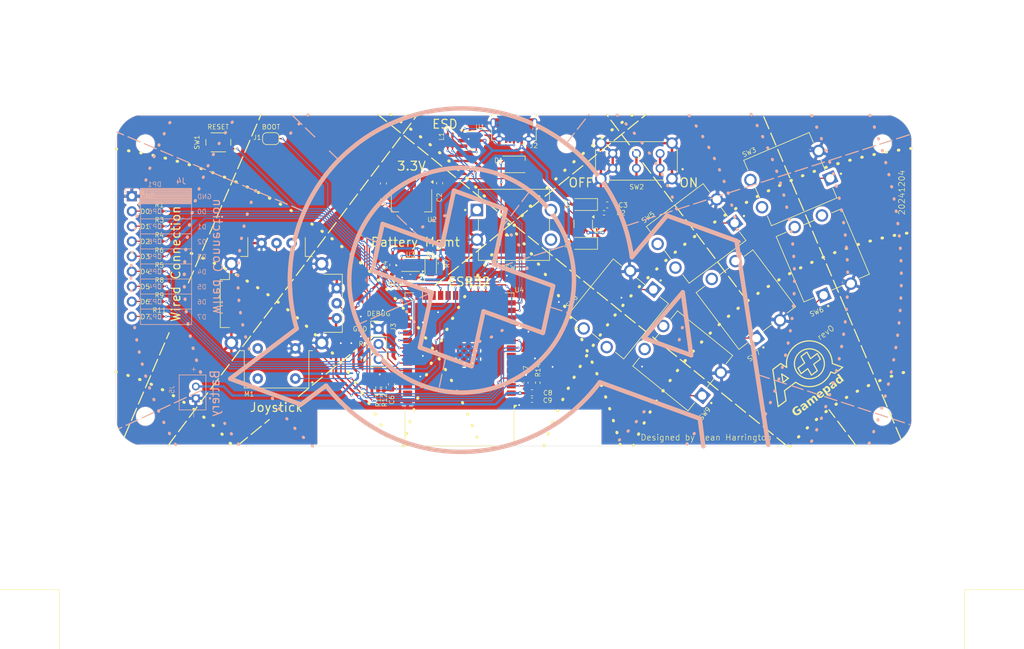
<source format=kicad_pcb>
(kicad_pcb (version 20240108) (generator "pcbnew") (generator_version "8.0")
  (title_block (title "ESP32-S3-DEVKITC-1-N16") (date "2024-12-04") (rev "rev0") (company "Espressif") (comment 1 "Drawing by Sean P. Harrington"))
  (layers (0 "F.Cu" signal) (31 "B.Cu" signal) (34 "B.Paste" user) (35 "F.Paste" user) (36 "B.SilkS" user "B.Silkscreen") (37 "F.SilkS" user "F.Silkscreen") (38 "B.Mask" user) (39 "F.Mask" user) (44 "Edge.Cuts" user))
  (net 0 "")
  (net 1 "VCC_3V3")
  (net 2 "GND")
  (net 3 "U0RXD")
  (net 4 "U0TXD")
  (net 5 "VBUS")
  (net 6 "USB_DP")
  (net 7 "USB_DN")
  (net 8 "~{RESET}")
  (net 9 "BOOTLOADER")
  (net 10 "BUTTONPIN_T")
  (net 11 "YPIN")
  (net 12 "XPIN")
  (net 13 "RGBPIN")
  (net 14 "BUTTONPIN_G")
  (net 15 "DATAPIN_7")
  (net 16 "BUTTONPIN_4")
  (net 17 "D5")
  (net 18 "BUTTONPIN_5")
  (net 19 "D4")
  (net 20 "DATAPIN_6")
  (net 21 "BUTTONPIN_6")
  (net 22 "DATAPIN_5")
  (net 23 "DATAPIN_4")
  (net 24 "D3")
  (net 25 "DATAPIN_0")
  (net 26 "DATAPIN_1")
  (net 27 "D6")
  (net 28 "DATAPIN_2")
  (net 29 "DATAPIN_3")
  (net 30 "D1")
  (net 33 "unconnected-(U4-IO46-Pad16)")
  (net 34 "BATT+")
  (net 35 "BATDIV")
  (net 36 "BUTTONPIN_1")
  (net 43 "Net-(U3-PROG)")
  (net 44 "BUTTONPIN_2")
  (net 46 "BUTTONPIN_3")
  (net 50 "Net-(D3-K)")
  (net 57 "Net-(D2-K)")
  (net 60 "D7")
  (net 61 "D0")
  (net 62 "D2")
  (net 64 "Net-(D4-A)")
  (net 65 "Net-(J2-D+)")
  (net 66 "Net-(J2-D-)")
  (net 68 "SW_BATT+")
  (net 71 "Net-(L1-Pad2)")
  (net 73 "Net-(D4-K)")
  (net 74 "Net-(L1-Pad3)")
  (footprint "LED_SMD:LED_0805_2012Metric" (layer "F.Cu") (at 131.15 97.6625 -90)
    (property "Reference" "D4")
    (property "Value" "LED" (hide yes))
  )
  (footprint "Capacitor_SMD:C_0603_1608Metric" (layer "F.Cu") (at 124.5331 117.3395 -90)
    (property "Reference" "C6")
    (property "Value" "100n@50v" (hide yes))
  )
  (footprint "aqp_controller:SW_TL1100F160Q" (layer "F.Cu") (at 145.2 90.4241)
    (property "Reference" "SW4")
    (property "Value" "SW_Push" (hide yes))
  )
  (footprint "Resistor_SMD:R_0402_1005Metric" (layer "F.Cu") (at 85.29 90.650714 180)
    (property "Reference" "R3")
    (property "Value" "1K" (hide yes))
  )
  (footprint "Resistor_SMD:R_0402_1005Metric" (layer "F.Cu") (at 125.04 99.375 180)
    (property "Reference" "R10")
    (property "Value" "2K2" (hide yes))
  )
  (footprint "Resistor_SMD:R_0402_1005Metric" (layer "F.Cu") (at 132.8 96.915 -90)
    (property "Reference" "R7")
    (property "Value" "470" (hide yes))
  )
  (footprint "aqp_controller:SW_EG2219" (layer "F.Cu") (at 165.875 79.6375 180)
    (property "Reference" "SW2")
    (property "Value" "EG2219" (hide yes))
  )
  (footprint "Capacitor_SMD:C_0603_1608Metric" (layer "F.Cu") (at 160.9501 87.0608 180)
    (property "Reference" "C3")
    (property "Value" "10n@50v" (hide yes))
  )
  (footprint "aqp_controller:SW_SKRPACE010" (layer "F.Cu") (at 95.3 76.5 180)
    (property "Reference" "SW1")
    (property "Value" "SKRPACE010" (hide yes))
  )
  (footprint "Resistor_SMD:R_0402_1005Metric" (layer "F.Cu") (at 85.29 88.11 180)
    (property "Reference" "R1")
    (property "Value" "1K" (hide yes))
  )
  (footprint "Connector_PinHeader_2.54mm:PinHeader_1x03_P2.54mm_Vertical" (layer "F.Cu") (at 122.35 108.01)
    (property "Reference" "J3")
    (property "Value" "Conn_01x03" (hide yes))
  )
  (footprint "Resistor_SMD:R_0402_1005Metric" (layer "F.Cu") (at 122.2621 117.8945 -90)
    (property "Reference" "R13")
    (property "Value" "100K" (hide yes))
  )
  (footprint "aqp_controller:SW_TL1100F160Q" (layer "F.Cu") (at 197.3299 95.5739 113)
    (property "Reference" "SW6")
    (property "Value" "SW_Push" (hide yes))
  )
  (footprint "Resistor_SMD:R_0402_1005Metric" (layer "F.Cu") (at 85.29 93.191428 180)
    (property "Reference" "R4")
    (property "Value" "1K" (hide yes))
  )
  (footprint "Capacitor_SMD:C_0603_1608Metric" (layer "F.Cu") (at 148.2407 118.772 180)
    (property "Reference" "C8")
    (property "Value" "22u@10v" (hide yes))
  )
  (footprint "aqp_controller:XDCR_COM-09032" (layer "F.Cu") (at 105.13 103.6675 180)
    (property "Reference" "M1")
    (property "Value" "COM-09032" (hide yes))
  )
  (footprint "Resistor_SMD:R_0402_1005Metric" (layer "F.Cu") (at 149.2283 117.0769 90)
    (property "Reference" "R14")
    (property "Value" "10K" (hide yes))
  )
  (footprint "LED_SMD:LED_SK6805_PLCC4_2.4x2.7mm_P1.3mm" (layer "F.Cu") (at 145.2 80.2248 180)
    (property "Reference" "D1")
    (property "Value" "SK6805" (hide yes))
  )
  (footprint "Resistor_SMD:R_0402_1005Metric" (layer "F.Cu") (at 85.29 103.354284 180)
    (property "Reference" "R9")
    (property "Value" "1K" (hide yes))
  )
  (footprint "Capacitor_SMD:C_0603_1608Metric" (layer "F.Cu") (at 127.725 99.3)
    (property "Reference" "C5")
    (property "Value" "4.7u@10v" (hide yes))
  )
  (footprint "Package_DFN_QFN:DFN-8-1EP_3x2mm_P0.5mm_EP1.7x1.4mm" (layer "F.Cu") (at 127.7164 97.1492 180)
    (property "Reference" "U3")
    (property "Value" "MCP73831-2-MC" (hide yes))
  )
  (footprint "Resistor_SMD:R_0402_1005Metric" (layer "F.Cu") (at 85.29 100.81357 180)
    (property "Reference" "R8")
    (property "Value" "1K" (hide yes))
  )
  (footprint "aqp_controller:SW_TL1100F160Q" (layer "F.Cu") (at 191.8515 82.7098 -157)
    (property "Reference" "SW3")
    (property "Value" "SW_Push" (hide yes))
  )
  (footprint "Diode_SMD:D_SOD-123F" (layer "F.Cu") (at 157.1 93.5516 180)
    (property "Reference" "D3")
    (property "Value" "PMEG1020EH" (hide yes))
  )
  (footprint "aqp_controller:SW_TL1100F160Q" (layer "F.Cu") (at 175.9531 91.8822 -143)
    (property "Reference" "SW5")
    (property "Value" "SW_Push" (hide yes))
  )
  (footprint "Capacitor_SMD:C_0603_1608Metric" (layer "F.Cu") (at 132.664 83.4041 90)
    (property "Reference" "C2")
    (property "Value" "4.7u@10v" (hide yes))
  )
  (footprint "Capacitor_SMD:C_0402_1005Metric" (layer "F.Cu") (at 147.225 117.0753 -90)
    (property "Reference" "C7")
    (property "Value" "1u@16v" (hide yes))
  )
  (footprint "Resistor_SMD:R_0402_1005Metric" (layer "F.Cu") (at 85.29 98.272856 180)
    (property "Reference" "R5")
    (property "Value" "1K" (hide yes))
  )
  (footprint "Package_TO_SOT_SMD:SC-74-6_1.55x2.9mm_P0.95mm" (layer "F.Cu") (at 137.6891 76.2026)
    (property "Reference" "U1")
    (property "Value" "IP4234CZ6" (hide yes))
  )
  (footprint "Capacitor_SMD:C_0603_1608Metric" (layer "F.Cu") (at 124.75 97.2 90)
    (property "Reference" "C4")
    (property "Value" "4.7u@10v" (hide yes))
  )
  (footprint "Jumper:SolderJumper-2_P1.3mm_Open_RoundedPad1.0x1.5mm" (layer "F.Cu") (at 104.175 75.875 180)
    (property "Reference" "J1")
    (property "Value" "SolderJumper_2_Bridged" (hide yes))
  )
  (footprint "Connector_USB:USB_Micro-B_Amphenol_10118194_Horizontal" (layer "F.Cu") (at 145.2 74.5163 180)
    (property "Reference" "J2")
    (property "Value" "AMPHENOL_10118194-0001LF" (hide yes))
  )
  (footprint "aqp_controller:SW_TL1100F160Q" (layer "F.Cu") (at 184.3535 103.0461 127)
    (property "Reference" "SW7")
    (property "Value" "SW_Push" (hide yes))
  )
  (footprint "Capacitor_SMD:C_0402_1005Metric" (layer "F.Cu") (at 148.2665 120.0229 180)
    (property "Reference" "C9")
    (property "Value" "0.1u@16v" (hide yes))
  )
  (footprint "Package_TO_SOT_SMD:SOT-223-3_TabPin2" (layer "F.Cu") (at 127.914 86.3217 -90)
    (property "Reference" "U2")
    (property "Value" "AP7361C-33E" (hide yes))
  )
  (footprint "Diode_SMD:D_SOD-123F" (layer "F.Cu") (at 157.1 87 180)
    (property "Reference" "D2")
    (property "Value" "PMEG1020EH" (hide yes))
  )
  (footprint "Capacitor_SMD:C_0603_1608Metric" (layer "F.Cu") (at 123.164 83.4467 90)
    (property "Reference" "C1")
    (property "Value" "4.7u@10v" (hide yes))
  )
  (footprint "RF_Module:ESP32-S3-WROOM-1" (layer "F.Cu") (at 136 114.85 180)
    (property "Reference" "U4")
    (property "Value" "ESP32-S3-WROOM-1-N16R8" (hide yes))
  )
  (footprint "Package_TO_SOT_SMD:SOT-23" (layer "F.Cu") (at 156.8968 90.2493 -90)
    (property "Reference" "Q1")
    (property "Value" "DMG2301L" (hide yes))
  )
  (footprint "Resistor_SMD:R_0402_1005Metric" (layer "F.Cu") (at 123.2597 117.8945 90)
    (property "Reference" "R12")
    (property "Value" "100K" (hide yes))
  )
  (footprint "aqp_controller:SW_TL1100F160Q" (layer "F.Cu") (at 173.6947 113.3804 141)
    (property "Reference" "SW9")
    (property "Value" "SW_Push" (hide yes))
  )
  (footprint "Resistor_SMD:R_0402_1005Metric" (layer "F.Cu") (at 85.29 105.895 180)
    (property "Reference" "R11")
    (property "Value" "1K" (hide yes))
  )
  (footprint "aqp_controller:SW_TL1100F160Q" (layer "F.Cu") (at 162.8453 104.6281 -129)
    (property "Reference" "SW8")
    (property "Value" "SW_Push" (hide yes))
  )
  (footprint "Resistor_SMD:R_0402_1005Metric" (layer "F.Cu") (at 85.29 95.732142 180)
    (property "Reference" "R6")
    (property "Value" "1K" (hide yes))
  )
  (footprint "Inductor_SMD_Wurth:WE-CNSW_08058" (layer "F.Cu") (at 134.425 76.175)
    (property "Reference" "L1")
    (property "Value" "USB Choke" (hide yes))
  )
  (footprint "Resistor_SMD:R_0402_1005Metric" (layer "F.Cu") (at 160.4041 88.4075)
    (property "Reference" "R2")
    (property "Value" "100K" (hide yes))
  )
  (footprint "aqp_controller:JST_B2B-PH-K-S_LF__SN_" (layer "B.Cu") (at 90.95 118.7089 -90)
    (property "Reference" "J5")
    (property "Value" "B2B-PH-K-S_LF__SN_" (hide yes))
  )
  (footprint "Connector_PinSocket_2.54mm:PinSocket_1x09_P2.54mm_Horizontal" (layer "B.Cu") (at 80.7 85.6 180)
    (property "Reference" "J4")
    (property "Value" "Conn_01x09" (hide yes))
  )
  (gr_line (start 133.679792 112.704115) (end 132.525 118.175) (stroke (width 0.2) (type dash)) (layer "B.SilkS"))
  (gr_curve (pts (xy 113.481878 81.959008) (xy 114.584353 80.539454) (xy 115.805267 79.248188) (xy 117.117584 78.082773)) (stroke (width 0.75)) (layer "B.SilkS"))
  (gr_line (start 142.875 97.475) (end 154.25 93.8) (stroke (width 0.2) (type dash)) (layer "B.SilkS"))
  (gr_line (start 123.03702 90.27417) (end 121.309693 98.197508) (stroke (width 0.75)) (layer "B.SilkS"))
  (gr_line (start 135.082867 84.654239) (end 133.062246 93.923053) (stroke (width 0.75)) (layer "B.SilkS"))
  (gr_curve (pts (xy 108.514581 107.887158) (xy 107.889622 105.729448) (xy 107.520809 103.501521) (xy 107.407563 101.251118)) (stroke (width 0.75)) (layer "B.SilkS"))
  (gr_line (start 129.3143 111.115206) (end 138.045283 114.293024) (stroke (width 0.75)) (layer "B.SilkS"))
  (gr_line (start 92.6 118.3) (end 78.475 124.85) (stroke (width 0.2) (type dash)) (layer "B.SilkS"))
  (gr_line (start 107.406251 101.234997) (end 107.406827 101.233168) (stroke (width 0.75)) (layer "B.SilkS"))
  (gr_arc (start 92.302103 115.318995) (mid 89.553283 99.89541) (end 92.025 84.425) (stroke (width 0.5) (type dot)) (layer "B.SilkS"))
  (gr_line (start 165.115182 95.901787) (end 171.028512 88.865262) (stroke (width 0.75)) (layer "B.SilkS"))
  (gr_arc (start 174.037525 105.669006) (mid 173.414292 108.677106) (end 172.55 111.625) (stroke (width 0.5) (type dot)) (layer "B.SilkS"))
  (gr_curve (pts (xy 154.191892 106.258651) (xy 157.773887 96.417199) (xy 152.699576 85.535373) (xy 142.858123 81.953377)) (stroke (width 0.75)) (layer "B.SilkS"))
  (gr_curve (pts (xy 110.02881 87.665103) (xy 110.970461 85.622221) (xy 112.15068 83.681858) (xy 113.481878 81.959008)) (stroke (width 0.75)) (layer "B.SilkS"))
  (gr_line (start 141.793855 97.101099) (end 143.814476 87.832284) (stroke (width 0.75)) (layer "B.SilkS"))
  (gr_line (start 186.225 115.675) (end 212 124.125) (stroke (width 0.2) (type dash)) (layer "B.SilkS"))
  (gr_arc (start 168.377202 120.22242) (mid 165.408575 124.183571) (end 161.949999 127.724999) (stroke (width 0.5) (type dot)) (layer "B.SilkS"))
  (gr_line (start 111.5875 75.5875) (end 107.65 71.8) (stroke (width 0.2) (type dash)) (layer "B.SilkS"))
  (gr_line (start 150.093008 108.673778) (end 151.820335 100.750439) (stroke (width 0.75)) (layer "B.SilkS"))
  (gr_line (start 171.028512 88.865262) (end 182.76938 93.138588) (stroke (width 0.75)) (layer "B.SilkS"))
  (gr_arc (start 128.248176 92.248415) (mid 130.91726 90.014637) (end 134.15 88.725001) (stroke (width 0.5) (type dot)) (layer "B.SilkS"))
  (gr_line (start 147.875 84.75) (end 143.627054 90.292653) (stroke (width 0.2) (type dash)) (layer "B.SilkS"))
  (gr_line (start 108.526331 107.854873) (end 108.514581 107.887158) (stroke (width 0.75)) (layer "B.SilkS"))
  (gr_line (start 176.56461 123.131982) (end 159.70124 116.994217) (stroke (width 0.75)) (layer "B.SilkS"))
  (gr_arc (start 195.429825 71.969469) (mid 201.537105 99.88723) (end 195.074999 127.725) (stroke (width 0.5) (type dot)) (layer "B.SilkS"))
  (gr_curve (pts (xy 126.455403 127.019599) (xy 121.308795 125.146387) (xy 116.829855 121.881014) (xy 113.481968 117.564449)) (stroke (width 0.75)) (layer "B.SilkS"))
  (gr_line (start 177.175 127.8) (end 176.56461 123.131982) (stroke (width 0.75)) (layer "B.SilkS"))
  (gr_curve (pts (xy 142.858123 81.953377) (xy 133.016709 78.371395) (xy 122.134858 83.445653) (xy 118.552862 93.287106)) (stroke (width 0.75)) (layer "B.SilkS"))
  (gr_line (start 121.309693 98.197508) (end 131.33492 101.846392) (stroke (width 0.75)) (layer "B.SilkS"))
  (gr_line (start 167.116727 109.527301) (end 175.127328 112.442922) (stroke (width 0.75)) (layer "B.SilkS"))
  (gr_line (start 154.05 76.675) (end 157.875 71.775) (stroke (width 0.2) (type dash)) (layer "B.SilkS"))
  (gr_line (start 140.066529 105.024438) (end 150.093008 108.673778) (stroke (width 0.75)) (layer "B.SilkS"))
  (gr_line (start 109.243897 120.755123) (end 97.298593 116.407388) (stroke (width 0.75)) (layer "B.SilkS"))
  (gr_arc (start 129.920394 108.239059) (mid 126.783072 104.503579) (end 125.569827 99.778683) (stroke (width 0.5) (type dot)) (layer "B.SilkS"))
  (gr_line (start 151.820335 100.750439) (end 141.793855 97.101099) (stroke (width 0.75)) (layer "B.SilkS"))
  (gr_line (start 115.525 79.375) (end 114.059375 77.965188) (stroke (width 0.2) (type dash)) (layer "B.SilkS"))
  (gr_curve (pts (xy 118.552862 93.287106) (xy 114.970866 103.128559) (xy 120.045178 114.010385) (xy 129.886592 117.592367)) (stroke (width 0.75)) (layer "B.SilkS"))
  (gr_curve (pts (xy 117.117584 78.082773) (xy 117.126902 78.074464) (xy 117.136209 78.066062) (xy 117.145512 78.057794)) (stroke (width 0.75)) (layer "B.SilkS"))
  (gr_line (start 133.062246 93.923053) (end 123.03702 90.27417) (stroke (width 0.75)) (layer "B.SilkS"))
  (gr_line (start 131.33492 101.846392) (end 129.3143 111.115206) (stroke (width 0.75)) (layer "B.SilkS"))
  (gr_line (start 109.7 88.125) (end 78.2 74.775) (stroke (width 0.2) (type dash)) (layer "B.SilkS"))
  (gr_line (start 151.224387 104.272291) (end 154.375 105.275) (stroke (width 0.2) (type dash)) (layer "B.SilkS"))
  (gr_line (start 113.481968 117.564449) (end 109.243897 120.755123) (stroke (width 0.75)) (layer "B.SilkS"))
  (gr_line (start 117.145512 78.057794) (end 118.661596 76.804248) (stroke (width 0.75)) (layer "B.SilkS"))
  (gr_arc (start 174.742631 71.966335) (mid 181.129984 84.369324) (end 183.599999 98.1) (stroke (width 0.5) (type dot)) (layer "B.SilkS"))
  (gr_arc (start 162.60551 71.878115) (mid 169.131388 80.004556) (end 173.199999 89.6) (stroke (width 0.5) (type dot)) (layer "B.SilkS"))
  (gr_arc (start 111.227721 127.777817) (mid 107.20806 123.583353) (end 103.875 118.825) (stroke (width 0.5) (type dot)) (layer "B.SilkS"))
  (gr_arc (start 176.780891 123.863411) (mid 175.548946 125.787755) (end 174.225 127.65) (stroke (width 0.5) (type dot)) (layer "B.SilkS"))
  (gr_line (start 173.696466 101.800515) (end 167.116727 109.527301) (stroke (width 0.75)) (layer "B.SilkS"))
  (gr_curve (pts (xy 159.70124 116.994217) (xy 152.116102 127.275829) (xy 138.484925 131.397987) (xy 126.455403 127.019599)) (stroke (width 0.75)) (layer "B.SilkS"))
  (gr_line (start 164.1 90.6) (end 212.225 75.125) (stroke (width 0.2) (type dash)) (layer "B.SilkS"))
  (gr_curve (pts (xy 108.548622 107.939745) (xy 108.540365 107.911656) (xy 108.534535 107.882987) (xy 108.526331 107.854873)) (stroke (width 0.75)) (layer "B.SilkS"))
  (gr_arc (start 143.171776 90.679292) (mid 146.405152 94.558528) (end 147.564388 99.473746) (stroke (width 0.5) (type dot)) (layer "B.SilkS"))
  (gr_arc (start 107.5 74.975) (mid 109.049745 73.24644) (end 110.70212 71.615708) (stroke (width 0.5) (type dot)) (layer "B.SilkS"))
  (gr_curve (pts (xy 129.886592 117.592367) (xy 139.728044 121.174363) (xy 150.609895 116.100105) (xy 154.191892 106.258651)) (stroke (width 0.75)) (layer "B.SilkS"))
  (gr_curve (pts (xy 107.407563 101.251118) (xy 107.407261 101.245736) (xy 107.406513 101.240366) (xy 107.406251 101.234997)) (stroke (width 0.75)) (layer "B.SilkS"))
  (gr_line (start 143.814476 87.832284) (end 135.082867 84.654239) (stroke (width 0.75)) (layer "B.SilkS"))
  (gr_line (start 129.25 92.45) (end 122.909478 86.418418) (stroke (width 0.2) (type dash)) (layer "B.SilkS"))
  (gr_arc (start 88.092437 127.522776) (mid 80.562971 99.81929) (end 87.75 72.025) (stroke (width 0.5) (type dot)) (layer "B.SilkS"))
  (gr_arc (start 144.769018 106.811728) (mid 142.115846 108.978652) (end 138.925 110.224999) (stroke (width 0.5) (type dot)) (layer "B.SilkS"))
  (gr_arc (start 101.242478 113.387811) (mid 98.605485 98.873596) (end 101.7 84.45) (stroke (width 0.5) (type dot)) (layer "B.SilkS"))
  (gr_arc (start 185.224858 71.775081) (mid 192.50023 96.97596) (end 187.5 122.725) (stroke (width 0.5) (type dot)) (layer "B.SilkS"))
  (gr_line (start 122.325 93.45) (end 119.05 92.05) (stroke (width 0.2) (type dash)) (layer "B.SilkS"))
  (gr_arc (start 98.748767 127.456411) (mid 97.521936 125.717558) (end 96.375 123.925) (stroke (width 0.5) (type dot)) (layer "B.SilkS"))
  (gr_arc (start 205.273347 71.915364) (mid 210.592776 99.901881) (end 204.95 127.825) (stroke (width 0.5) (type dot)) (layer "B.SilkS"))
  (gr_curve (pts (xy 107.406827 101.233168) (xy 107.180305 96.674606) (xy 108.020166 92.022789) (xy 110.02881 87.665103)) (stroke (width 0.75)) (layer "B.SilkS"))
  (gr_curve (pts (xy 146.291696 72.519833) (xy 156.517916 76.241872) (xy 163.670032 85.15739) (xy 165.115182 95.901787)) (stroke (width 0.75)) (layer "B.SilkS"))
  (gr_arc (start 92.302104 115.318995) (mid 90.021632 92.840981) (end 98.490441 71.894837) (stroke (width 0.5) (type dot)) (layer "B.SilkS"))
  (gr_line (start 138.045283 114.293024) (end 140.066529 105.024438) (stroke (width 0.75)) (layer "B.SilkS"))
  (gr_curve (pts (xy 118.661596 76.804248) (xy 126.36801 70.864555) (xy 136.769578 69.054065) (xy 146.291696 72.519833)) (stroke (width 0.75)) (layer "B.SilkS"))
  (gr_line (start 175.127328 112.442922) (end 173.696466 101.800515) (stroke (width 0.75)) (layer "B.SilkS"))
  (gr_line (start 97.298593 116.407388) (end 108.548622 107.939745) (stroke (width 0.75)) (layer "B.SilkS"))
  (gr_line (start 182.76938 93.138588) (end 188.126221 127.580386) (stroke (width 0.75)) (layer "B.SilkS"))
  (gr_line (start 131.33492 101.846392) (end 118.924955 107.224894) (stroke (width 0.2) (type dash)) (layer "B.SilkS"))
  (gr_curve (pts (xy 196.594145 115.900018) (xy 195.478924 116.740397) (xy 193.8936 116.517597) (xy 193.053221 115.402377)) (stroke (width 0.2)) (layer "F.SilkS"))
  (gr_line (start 68.5 152) (end 68.5 162) (stroke (width 0.1)) (layer "F.SilkS"))
  (gr_arc (start 165.350001 127.7) (mid 184.177368 103.616946) (end 212.329155 91.703081) (stroke (width 0.5) (type dot)) (layer "F.SilkS"))
  (gr_line (start 90.25 100.225) (end 102.525 71.8) (stroke (width 0.2) (type dash)) (layer "F.SilkS"))
  (gr_line (start 86.775 127.725) (end 128.975 71.75) (stroke (width 0.2) (type dash)) (layer "F.SilkS"))
  (gr_poly (pts (xy 193.670007 115.550537) (xy 194.806195 114.694358) (xy 195.425234 115.797377) (xy 196.414618 115.051823) (xy 195.795649 113.948751) (xy 196.931694 113.09268) (xy 196.402573 112.149732) (xy 195.266527 113.005803) (xy 194.647558 111.902732) (xy 193.658104 112.648339) (xy 194.277073 113.751411) (xy 193.140886 114.607589)) (stroke (width 0.2)) (fill none) (layer "F.SilkS"))
  (gr_line (start 131.8 100.7) (end 167.55 71.775) (stroke (width 0.2) (type dash)) (layer "F.SilkS"))
  (gr_line (start 68.475 159.825) (end 68.475 159.825) (stroke (width 0.1)) (layer "F.SilkS"))
  (gr_line (start 202.975 127.725) (end 198.375 121.625) (stroke (width 0.2) (type dash)) (layer "F.SilkS"))
  (gr_line (start 231.25 152) (end 221.25 152) (stroke (width 0.1)) (layer "F.SilkS"))
  (gr_arc (start 78.05 77.625) (mid 115.861688 93.864696) (end 139.40929 127.613207) (stroke (width 0.5) (type dot)) (layer "F.SilkS"))
  (gr_line (start 184.55 103.275) (end 160.808706 71.768438) (stroke (width 0.2) (type dash)) (layer "F.SilkS"))
  (gr_line (start 210.55 126.65) (end 187.2 71.775) (stroke (width 0.2) (type dash)) (layer "F.SilkS"))
  (gr_poly (pts (xy 190.392454 115.594276) (xy 190.62488 117.00704) (xy 191.532631 116.323001)) (stroke (width 0.2)) (fill none) (layer "F.SilkS"))
  (gr_arc (start 126.523686 127.749999) (mid 140.902871 96.273203) (end 165.345678 71.776289) (stroke (width 0.5) (type dot)) (layer "F.SilkS"))
  (gr_arc (start 150.275 127.725) (mid 174.079024 93.676547) (end 212.352161 77.518092) (stroke (width 0.5) (type dot)) (layer "F.SilkS"))
  (gr_arc (start 191.85 127.825) (mid 201.047899 119.740649) (end 212.336831 114.995325) (stroke (width 0.5) (type dot)) (layer "F.SilkS"))
  (gr_line (start 68.5 152) (end 58.5 152) (stroke (width 0.1)) (layer "F.SilkS"))
  (gr_line (start 221.25 152) (end 221.25 162) (stroke (width 0.1)) (layer "F.SilkS"))
  (gr_arc (start 124.35 71.775) (mid 148.795678 96.251662) (end 163.185161 127.71022) (stroke (width 0.5) (type dot)) (layer "F.SilkS"))
  (gr_curve (pts (xy 193.550869 111.861454) (xy 194.666085 111.021078) (xy 196.25141 111.243877) (xy 197.091789 112.359098)) (stroke (width 0.2)) (layer "F.SilkS"))
  (gr_line (start 108.825 119.4) (end 118.65 111.4) (stroke (width 0.2) (type dash)) (layer "F.SilkS"))
  (gr_poly (pts (xy 199.349532 115.49858) (xy 198.684766 115.256958) (xy 198.634117 115.383558) (xy 198.607186 115.446039) (xy 198.579196 115.50796) (xy 198.550153 115.569309) (xy 198.520067 115.630074) (xy 198.488947 115.690245) (xy 198.4568 115.74981) (xy 198.423636 115.808757) (xy 198.389461 115.867077) (xy 198.354285 115.924756) (xy 198.318117 115.981785) (xy 198.280963 116.038151) (xy 198.242834 116.093844) (xy 198.203737 116.148852) (xy 198.16368 116.203164) (xy 198.122673 116.256769) (xy 198.080723 116.309655) (xy 198.037838 116.361812) (xy 197.994029 116.413226) (xy 197.949301 116.46389) (xy 197.903664 116.513788) (xy 197.857127 116.562913) (xy 197.809698 116.611251) (xy 197.761385 116.658792) (xy 197.712196 116.705524) (xy 197.662139 116.751435) (xy 197.611225 116.796516) (xy 197.55946 116.840754) (xy 197.506853 116.884139) (xy 197.453412 116.926658) (xy 197.399147 116.968301) (xy 197.137536 117.148935) (xy 197.002511 117.230275) (xy 196.864934 117.30563) (xy 196.725 117.375) (xy 196.582905 117.438385) (xy 196.438841 117.495786) (xy 196.293008 117.547203) (xy 196.145597 117.592634) (xy 195.996805 117.632081) (xy 195.846828 117.665545) (xy 195.695861 117.693024) (xy 195.544099 117.714518) (xy 195.391736 117.730029) (xy 195.23897 117.739556) (xy 195.085993 117.743097) (xy 194.933003 117.740656) (xy 194.780193 117.732231) (xy 194.627761 117.717822) (xy 194.4759 117.697429) (xy 194.324806 117.671053) (xy 194.174675 117.638693) (xy 194.025701 117.600349) (xy 193.878079 117.556022) (xy 193.732007 117.505711) (xy 193.587677 117.449418) (xy 193.445285 117.387141) (xy 193.305028 117.318881) (xy 193.167099 117.244637) (xy 193.031696 117.164412) (xy 192.899011 117.078203) (xy 192.769242 116.98601) (xy 190.858307 118.426003) (xy 191.134787 120.10671) (xy 189.80007 121.112492) (xy 188.897924 114.843506) (xy 190.228384 113.840933) (xy 191.256682 114.507623) (xy 191.22201 114.240442) (xy 191.211603 114.10719) (xy 191.205765 113.974292) (xy 191.204459 113.841846) (xy 191.207648 113.70995) (xy 191.215292 113.578701) (xy 191.227357 113.448196) (xy 191.243803 113.318533) (xy 191.264593 113.189809) (xy 191.289691 113.06212) (xy 191.319058 112.935567) (xy 191.352657 112.810243) (xy 191.390451 112.686247) (xy 191.432401 112.563679) (xy 191.478472 112.442632) (xy 191.528625 112.323207) (xy 191.582822 112.205497) (xy 191.641027 112.089605) (xy 191.703202 111.975624) (xy 191.769309 111.863653) (xy 191.839311 111.753789) (xy 191.913171 111.64613) (xy 191.990851 111.540772) (xy 192.072313 111.437814) (xy 192.15752 111.337352) (xy 192.246436 111.239484) (xy 192.339021 111.144308) (xy 192.435239 111.051919) (xy 192.535052 110.962416) (xy 192.638423 110.875897) (xy 192.745316 110.792459) (xy 192.951237 110.647482) (xy 193.056762 110.580601) (xy 193.163874 110.517457) (xy 193.272481 110.45805) (xy 193.382493 110.402378) (xy 193.493817 110.350439) (xy 193.606362 110.302233) (xy 193.720036 110.257757) (xy 193.834747 110.217012) (xy 193.950404 110.179993) (xy 194.066916 110.146703) (xy 194.184189 110.117138) (xy 194.302134 110.091299) (xy 194.420658 110.069182) (xy 194.539669 110.050787) (xy 194.659076 110.036115) (xy 194.778788 110.025161) (xy 194.898711 110.017925) (xy 195.018757 110.014406) (xy 195.138831 110.014603) (xy 195.258843 110.018515) (xy 195.378701 110.02614) (xy 195.498313 110.037476) (xy 195.617589 110.052524) (xy 195.736435 110.071281) (xy 195.854761 110.093746) (xy 195.972475 110.119919) (xy 196.089484 110.149797) (xy 196.205699 110.183379) (xy 196.321026 110.220664) (xy 196.435375 110.261651) (xy 196.677553 110.362387) (xy 196.682088 110.364483) (xy 196.721901 110.382984) (xy 196.741746 110.392407) (xy 196.76155 110.401946) (xy 196.781312 110.411601) (xy 196.801032 110.421371) (xy 196.820708 110.431258) (xy 196.840341 110.441262) (xy 196.859929 110.451382) (xy 196.879472 110.461621) (xy 196.898969 110.471976) (xy 196.918421 110.482449) (xy 196.937825 110.49304) (xy 196.957182 110.503749) (xy 196.97649 110.514577) (xy 196.99575 110.525523) (xy 197.014959 110.536587) (xy 197.034119 110.547772) (xy 197.053229 110.559075) (xy 197.072288 110.570499) (xy 197.091295 110.582041) (xy 197.110249 110.593705) (xy 197.12915 110.605489) (xy 197.147998 110.617393) (xy 197.166791 110.629419) (xy 197.18553 110.641564) (xy 197.204213 110.653832) (xy 197.22284 110.666221) (xy 197.24141 110.678733) (xy 197.259922 110.691366) (xy 197.278377 110.704122) (xy 197.296774 110.717001) (xy 197.341062 110.748851) (xy 197.363105 110.765067) (xy 197.385076 110.781473) (xy 197.406971 110.798067) (xy 197.42879 110.81485) (xy 197.450528 110.831816) (xy 197.472183 110.848965) (xy 197.493753 110.866294) (xy 197.515233 110.883803) (xy 197.536622 110.901487) (xy 197.557915 110.919346) (xy 197.579112 110.937377) (xy 197.600207 110.955578) (xy 197.6212 110.973947) (xy 197.642087 110.992482) (xy 197.662865 111.011183) (xy 197.68353 111.030044) (xy 197.704082 111.049065) (xy 197.724516 111.068244) (xy 197.744828 111.087579) (xy 197.765018 111.107068) (xy 197.785083 111.126709) (xy 197.805017 111.146499) (xy 197.82482 111.166436) (xy 197.844488 111.18652) (xy 197.864018 111.206746) (xy 197.883409 111.227114) (xy 197.902655 111.247622) (xy 197.921755 111.268266) (xy 197.940706 111.289047) (xy 197.959506 111.309959) (xy 198.037767 111.40042) (xy 198.075687 111.446355) (xy 198.1128 111.492749) (xy 198.149106 111.53959) (xy 198.184604 111.586869) (xy 198.219293 111.634576) (xy 198.253174 111.682701) (xy 198.286247 111.731234) (xy 198.318508 111.780167) (xy 198.349962 111.829488) (xy 198.380604 111.879189) (xy 198.410436 111.929259) (xy 198.439457 111.979688) (xy 198.467667 112.030467) (xy 198.495066 112.081587) (xy 198.521652 112.133037) (xy 198.547426 112.184807) (xy 198.572387 112.236888) (xy 198.596535 112.28927) (xy 198.61987 112.341944) (xy 198.642391 112.394898) (xy 198.664097 112.448124) (xy 198.684989 112.501613) (xy 198.705065 112.555353) (xy 198.724326 112.609336) (xy 198.742772 112.663551) (xy 198.760401 112.717989) (xy 198.777214 112.77264) (xy 198.79321 112.827494) (xy 198.808389 112.882543) (xy 198.822751 112.937774) (xy 198.822895 112.937984) (xy 198.823356 112.940091) (xy 198.836704 112.994802) (xy 198.843083 113.022218) (xy 198.849266 113.049671) (xy 198.855251 113.077162) (xy 198.861037 113.104688) (xy 198.866626 113.13225) (xy 198.872017 113.159845) (xy 198.877208 113.187473) (xy 198.8822 113.215133) (xy 198.886992 113.242822) (xy 198.891584 113.270543) (xy 198.895977 113.298291) (xy 198.900168 113.326065) (xy 198.904158 113.353866) (xy 198.907947 113.381692) (xy 198.911535 113.409541) (xy 198.91492 113.437414) (xy 198.918103 113.465308) (xy 198.921083 113.493222) (xy 198.92386 113.521157) (xy 198.926433 113.549109) (xy 198.928802 113.577078) (xy 198.930968 113.605062) (xy 198.932928 113.633063) (xy 198.934683 113.661077) (xy 198.936235 113.689104) (xy 198.937579 113.717142) (xy 198.938718 113.745191) (xy 198.93965 113.773249) (xy 198.940376 113.801316) (xy 198.940895 113.82939) (xy 198.938138 113.825731) (xy 198.938605 113.837422) (xy 200.703159 114.47855)) (stroke (width 0.2)) (fill none) (layer "F.SilkS"))
  (gr_line (start 191.3 127.75) (end 122.25 71.8) (stroke (width 0.2) (type dash)) (layer "F.SilkS"))
  (gr_curve (pts (xy 193.053221 115.402377) (xy 192.212842 114.287156) (xy 192.435648 112.701833) (xy 193.550869 111.861454)) (stroke (width 0.2)) (layer "F.SilkS"))
  (gr_arc (start 90.734681 95.241739) (mid 110.833054 108.138927) (end 124.434508 127.767542) (stroke (width 0.5) (type dot)) (layer "F.SilkS"))
  (gr_curve (pts (xy 197.091789 112.359098) (xy 197.932168 113.474318) (xy 197.709362 115.059642) (xy 196.594145 115.900018)) (stroke (width 0.2)) (layer "F.SilkS"))
  (gr_line (start 79.45 126.175) (end 87 108.625) (stroke (width 0.2) (type dash)) (layer "F.SilkS"))
  (gr_arc (start 78 115.25) (mid 88.840077 119.951697) (end 97.709223 127.758841) (stroke (width 0.5) (type dot)) (layer "F.SilkS"))
  (gr_line (start 98.525 127.7) (end 103.9 123.3) (stroke (width 0.2) (type dash)) (layer "F.SilkS"))
  (gr_circle (center 83 122.75) (end 84.6 122.75) (stroke (width 0.05)) (fill none) (layer "Edge.Cuts"))
  (gr_circle (center 83 76.75) (end 84.6 76.75) (stroke (width 0.05)) (fill none) (layer "Edge.Cuts"))
  (gr_circle (center 207.4 122.75) (end 209 122.75) (stroke (width 0.05)) (fill none) (layer "Edge.Cuts"))
  (gr_circle (center 154.1 76.75) (end 155.7 76.75) (stroke (width 0.05)) (fill none) (layer "Edge.Cuts"))
  (gr_arc (start 78 76.75) (mid 79.464466 73.214466) (end 83 71.75) (stroke (width 0.05)) (layer "Edge.Cuts"))
  (gr_line (start 83 127.75) (end 207.4 127.75) (stroke (width 0.05)) (layer "Edge.Cuts"))
  (gr_line (start 78 122.75) (end 78 76.75) (stroke (width 0.05)) (layer "Edge.Cuts"))
  (gr_arc (start 83 127.75) (mid 79.464466 126.285534) (end 78 122.75) (stroke (width 0.05)) (layer "Edge.Cuts"))
  (gr_arc (start 212.4 122.75) (mid 210.935534 126.285534) (end 207.4 127.75) (stroke (width 0.05)) (layer "Edge.Cuts"))
  (gr_line (start 212.4 122.75) (end 212.4 76.75) (stroke (width 0.05)) (layer "Edge.Cuts"))
  (gr_circle (center 207.4 76.75) (end 209 76.75) (stroke (width 0.05)) (fill none) (layer "Edge.Cuts"))
  (gr_arc (start 207.4 71.75) (mid 210.935534 73.214466) (end 212.4 76.75) (stroke (width 0.05)) (layer "Edge.Cuts"))
  (gr_line (start 207.4 71.75) (end 83 71.75) (stroke (width 0.05)) (layer "Edge.Cuts"))
  (gr_text "DP2" (at 83.35 105.97 0) (layer "B.SilkS") (effects (font (size 0.8 0.8) (thickness 0.1)) (justify right mirror)))
  (gr_text "DP4" (at 83.35 100.89 0) (layer "B.SilkS") (effects (font (size 0.8 0.8) (thickness 0.1)) (justify right mirror)))
  (gr_text "D7" (at 91.675 105.995 0) (layer "B.SilkS") (effects (font (size 0.8 0.8) (thickness 0.1)) (justify right mirror)))
  (gr_text "DP1" (at 83.3 83.6 0) (layer "B.SilkS") (effects (font (size 0.8 0.8) (thickness 0.1)) (justify right mirror)))
  (gr_text "D1" (at 91.675 90.755 0) (layer "B.SilkS") (effects (font (size 0.8 0.8) (thickness 0.1)) (justify right mirror)))
  (gr_text "DP8" (at 83.35 93.27 0) (layer "B.SilkS") (effects (font (size 0.8 0.8) (thickness 0.1)) (justify right mirror)))
  (gr_text "DP3" (at 83.35 103.43 0) (layer "B.SilkS") (effects (font (size 0.8 0.8) (thickness 0.1)) (justify right mirror)))
  (gr_text "D6" (at 91.675 103.455 0) (layer "B.SilkS") (effects (font (size 0.8 0.8) (thickness 0.1)) (justify right mirror)))
  (gr_text "+" (at 90.741776 114.816449 270) (layer "B.SilkS") (effects (font (size 0.8 0.8) (thickness 0.1)) (justify bottom mirror)))
  (gr_text "D5" (at 91.675 100.915 0) (layer "B.SilkS") (effects (font (size 0.8 0.8) (thickness 0.1)) (justify right mirror)))
  (gr_text "DP6" (at 83.35 88.19 0) (layer "B.SilkS") (effects (font (size 0.8 0.8) (thickness 0.1)) (justify right mirror)))
  (gr_text "D3" (at 91.675 95.835 0) (layer "B.SilkS") (effects (font (size 0.8 0.8) (thickness 0.1)) (justify right mirror)))
  (gr_text "Battery" (at 94.725 118.875 90) (layer "B.SilkS") (effects (font (size 1.5 1.5) (thickness 0.2) (bold yes)) (justify mirror)))
  (gr_text "GND" (at 91.675 85.675 0) (layer "B.SilkS") (effects (font (size 0.8 0.8) (thickness 0.1)) (justify right mirror)))
  (gr_text "Wired Connection" (at 95.175 95.775 -90) (layer "B.SilkS") (effects (font (size 1.5 1.5) (thickness 0.2) (bold yes)) (justify mirror)))
  (gr_text "D2" (at 91.675 93.295 0) (layer "B.SilkS") (effects (font (size 0.8 0.8) (thickness 0.1)) (justify right mirror)))
  (gr_text "DP5" (at 83.35 98.35 0) (layer "B.SilkS") (effects (font (size 0.8 0.8) (thickness 0.1)) (justify right mirror)))
  (gr_text "DP7" (at 83.35 90.73 0) (layer "B.SilkS") (effects (font (size 0.8 0.8) (thickness 0.1)) (justify right mirror)))
  (gr_text "D0" (at 91.675 88.215 0) (layer "B.SilkS") (effects (font (size 0.8 0.8) (thickness 0.1)) (justify right mirror)))
  (gr_text "D4" (at 91.675 98.375 0) (layer "B.SilkS") (effects (font (size 0.8 0.8) (thickness 0.1)) (justify right mirror)))
  (gr_text "DP9" (at 83.35 95.81 0) (layer "B.SilkS") (effects (font (size 0.8 0.8) (thickness 0.1)) (justify right mirror)))
  (gr_text "-" (at 90.741776 122.566449 270) (layer "B.SilkS") (effects (font (size 0.8 0.8) (thickness 0.1)) (justify bottom mirror)))
  (gr_text "D3" (at 82.1 95.795 0) (layer "F.SilkS") (effects (font (size 0.8 0.8) (thickness 0.1)) (justify left)))
  (gr_text "Designed by Sean Harrington" (at 177.643676 126.900689 0) (layer "F.SilkS") (effects (font (size 1 1) (thickness 0.1)) (justify bottom)))
  (gr_text "D6" (at 82.1 103.415 0) (layer "F.SilkS") (effects (font (size 0.8 0.8) (thickness 0.1)) (justify left)))
  (gr_text "DEBUG" (at 122.35 105.425 0) (layer "F.SilkS") (effects (font (size 0.8 0.8) (thickness 0.1))))
  (gr_text "ESP32" (at 137.65 100.05 0) (layer "F.SilkS") (effects (font (size 1.5 1.5) (thickness 0.2) (bold yes))))
  (gr_text "Battery Mgmt" (at 128.575 93.35 0) (layer "F.SilkS") (effects (font (size 1.5 1.5) (thickness 0.2) (bold yes))))
  (gr_text "D7" (at 82.1 105.955 0) (layer "F.SilkS") (effects (font (size 0.8 0.8) (thickness 0.1)) (justify left)))
  (gr_text "Gamepad" (at 197.025 119.95 37) (layer "F.SilkS") (effects (font (size 1.4 1.4) (thickness 0.1)) (justify bottom)))
  (gr_text "RESET" (at 95.275 73.9 0) (layer "F.SilkS") (effects (font (size 0.8 0.8) (thickness 0.1))))
  (gr_text "BOOT" (at 104.2 73.9 0) (layer "F.SilkS") (effects (font (size 0.8 0.8) (thickness 0.1))))
  (gr_text "ESD" (at 133.55 73.425 0) (layer "F.SilkS") (effects (font (size 1.5 1.5) (thickness 0.2) (bold yes))))
  (gr_text "ON" (at 174.725 83.325 0) (layer "F.SilkS") (effects (font (size 1.5 1.5) (thickness 0.2) (bold yes))))
  (gr_text "D5" (at 82.1 100.875 0) (layer "F.SilkS") (effects (font (size 0.8 0.8) (thickness 0.1)) (justify left)))
  (gr_text "Joystick" (at 105.082038 121.235746 0) (layer "F.SilkS") (effects (font (size 1.5 1.5) (thickness 0.2) (bold yes))))
  (gr_text "D0" (at 82.1 88.175 0) (layer "F.SilkS") (effects (font (size 0.8 0.8) (thickness 0.1)) (justify left)))
  (gr_text "OFF" (at 156.5 83.325 0) (layer "F.SilkS") (effects (font (size 1.5 1.5) (thickness 0.2) (bold yes))))
  (gr_text "D4" (at 82.1 98.335 0) (layer "F.SilkS") (effects (font (size 0.8 0.8) (thickness 0.1)) (justify left)))
  (gr_text "20241204" (at 211.25 84.975 90) (layer "F.SilkS") (effects (font (size 1 1) (thickness 0.1)) (justify bottom)))
  (gr_text "GND" (at 82.1 85.635 0) (layer "F.SilkS") (effects (font (size 0.8 0.8) (thickness 0.1)) (justify left)))
  (gr_text "Wired Connection" (at 88.125 97 90) (layer "F.SilkS") (effects (font (size 1.5 1.5) (thickness 0.2) (bold yes))))
  (gr_text "Tx" (at 120.425 113.1 0) (layer "F.SilkS") (effects (font (size 0.8 0.8) (thickness 0.1)) (justify right)))
  (gr_text "3.3V" (at 127.9 80.5 0) (layer "F.SilkS") (effects (font (size 1.5 1.5) (thickness 0.2) (bold yes))))
  (gr_text "rev0" (at 198.175 109.1 37) (layer "F.SilkS") (effects (font (size 1 1) (thickness 0.1)) (justify bottom)))
  (gr_text "GND" (at 120.5 108 0) (layer "F.SilkS") (effects (font (size 0.8 0.8) (thickness 0.1)) (justify right)))
  (gr_text "Rx" (at 120.498054 110.55 0) (layer "F.SilkS") (effects (font (size 0.8 0.8) (thickness 0.1)) (justify right)))
  (gr_text "D1" (at 82.1 90.715 0) (layer "F.SilkS") (effects (font (size 0.8 0.8) (thickness 0.1)) (justify left)))
  (gr_text "D2" (at 82.1 93.255 0) (layer "F.SilkS") (effects (font (size 0.8 0.8) (thickness 0.1)) (justify left)))
  (segment (start 147.4657 118.772) (end 147.4657 119.7021) (width 0.4) (layer "F.Cu") (net 1))
  (segment (start 144.2 80.8748) (end 144.1498 80.925) (width 0.4) (layer "F.Cu") (net 1))
  (segment (start 111 91.3) (end 109.8775 91.3) (width 0.4) (layer "F.Cu") (net 1))
  (segment (start 144.75 118.84) (end 146.225 118.84) (width 0.4) (layer "F.Cu") (net 1))
  (segment (start 123.164 82.6717) (end 119.6283 82.6717) (width 0.4) (layer "F.Cu") (net 1))
  (segment (start 107.67 100.17) (end 113.7075 106.2075) (width 0.4) (layer "F.Cu") (net 1))
  (segment (start 147.4657 119.7021) (end 147.7865 120.0229) (width 0.4) (layer "F.Cu") (net 1))
  (segment (start 119 119.5) (end 115.175 115.675) (width 0.4) (layer "F.Cu") (net 1))
  (segment (start 113.7075 106.2075) (end 115.29 106.2075) (width 0.4) (layer "F.Cu") (net 1))
  (segment (start 119.6283 82.6717) (end 111 91.3) (width 0.4) (layer "F.Cu") (net 1))
  (segment (start 147.3977 118.84) (end 147.4657 118.772) (width 0.4) (layer "F.Cu") (net 1))
  (segment (start 125.614 83.114) (end 125.1717 82.6717) (width 0.4) (layer "F.Cu") (net 1))
  (segment (start 109.8775 91.3) (end 107.67 93.5075) (width 0.4) (layer "F.Cu") (net 1))
  (segment (start 115.175 106.3225) (end 115.29 106.2075) (width 0.4) (layer "F.Cu") (net 1))
  (segment (start 146.225 118.84) (end 147.3977 118.84) (width 0.4) (layer "F.Cu") (net 1))
  (segment (start 125.614 83.1717) (end 125.614 83.114) (width 0.4) (layer "F.Cu") (net 1))
  (segment (start 138.45 79.65) (end 127.575 79.65) (width 0.4) (layer "F.Cu") (net 1))
  (segment (start 125.614 81.611) (end 125.614 83.1717) (width 0.4) (layer "F.Cu") (net 1))
  (segment (start 125.1717 82.6717) (end 123.164 82.6717) (width 0.4) (layer "F.Cu") (net 1))
  (segment (start 144.1498 80.925) (end 139.725 80.925) (width 0.4) (layer "F.Cu") (net 1))
  (segment (start 107.67 93.5075) (end 107.67 100.17) (width 0.4) (layer "F.Cu") (net 1))
  (segment (start 127.575 79.65) (end 125.614 81.611) (width 0.4) (layer "F.Cu") (net 1))
  (segment (start 115.175 115.675) (end 115.175 106.3225) (width 0.4) (layer "F.Cu") (net 1))
  (segment (start 119.05 119.5) (end 119 119.5) (width 0.4) (layer "F.Cu") (net 1))
  (segment (start 139.725 80.925) (end 138.45 79.65) (width 0.4) (layer "F.Cu") (net 1))
  (segment (start 148.6508 117.5869) (end 147.4657 118.772) (width 0.4) (layer "F.Cu") (net 1))
  (segment (start 149.2283 117.5869) (end 148.6508 117.5869) (width 0.4) (layer "F.Cu") (net 1))
  (via (at 119.05 119.5) (size 0.6) (drill 0.3) (layers "F.Cu" "B.Cu") (net 1))
  (via (at 146.225 118.84) (size 0.6) (drill 0.3) (layers "F.Cu" "B.Cu") (net 1))
  (segment (start 144.01 118.84) (end 146.225 118.84) (width 0.4) (layer "B.Cu") (net 1))
  (segment (start 120.275 120.725) (end 142.125 120.725) (width 0.4) (layer "B.Cu") (net 1))
  (segment (start 119.05 119.5) (end 120.275 120.725) (width 0.4) (layer "B.Cu") (net 1))
  (segment (start 142.125 120.725) (end 144.01 118.84) (width 0.4) (layer "B.Cu") (net 1))
  (segment (start 147.7 74.2163) (end 148.7 73.2163) (width 0.4) (layer "F.Cu") (net 2))
  (segment (start 124.75 97.975) (end 124.75 99.155) (width 0.4) (layer "F.Cu") (net 2))
  (segment (start 147.7 78.0748) (end 146.2 79.5748) (width 0.4) (layer "F.Cu") (net 2))
  (segment (start 147.25 116.5703) (end 147.225 116.5953) (width 0.4) (layer "F.Cu") (net 2))
  (segment (start 89.55 85.6) (end 80.7 85.6) (width 0.4) (layer "F.Cu") (net 2))
  (segment (start 103.525 75.875) (end 103.35 75.875) (width 0.4) (layer "F.Cu") (net 2))
  (segment (start 146.2 73.2163) (end 148.7 73.2163) (width 0.4) (layer "F.Cu") (net 2))
  (segment (start 127.914 89.4717) (end 131.3923 92.95) (width 0.4) (layer "F.Cu") (net 2))
  (segment (start 102.59 93.5075) (end 102.59 93.485) (width 0.4) (layer "F.Cu") (net 2))
  (segment (start 147.25 115.775) (end 147.25 116.5703) (width 0.4) (layer "F.Cu") (net 2))
  (segment (start 123.164 84.7217) (end 123.164 84.2217) (width 0.4) (layer "F.Cu") (net 2))
  (segment (start 126.95 99.3) (end 126.341173 99.3) (width 0.4) (layer "F.Cu") (net 2))
  (segment (start 159.875 76.6375) (end 171.875 76.6375) (width 0.4) (layer "F.Cu") (net 2))
  (segment (start 148.4 120.85) (end 146.075 120.85) (width 0.4) (layer "F.Cu") (net 2))
  (segment (start 144.75 120.11) (end 145.335 120.11) (width 0.4) (layer "F.Cu") (net 2))
  (segment (start 161.625 80.8875) (end 159.875 82.6375) (width 0.4) (layer "F.Cu") (net 2))
  (segment (start 147.7 75.9163) (end 147.7 78.0748) (width 0.4) (layer "F.Cu") (net 2))
  (segment (start 124.75 99.155) (end 124.53 99.375) (width 0.4) (layer "F.Cu") (net 2))
  (segment (start 97.51 115.34) (end 93.3 119.55) (width 0.4) (layer "F.Cu") (net 2))
  (segment (start 144.02 120.11) (end 137.5 113.59) (width 0.4) (layer "F.Cu") (net 2))
  (segment (start 95.35 77.45) (end 95.35 79.8) (width 0.4) (layer "F.Cu") (net 2))
  (segment (start 102.9 75.425) (end 97.375 75.425) (width 0.4) (layer "F.Cu") (net 2))
  (segment (start 127.914 89.4717) (end 127.914 83.1717) (width 0.4) (layer "F.Cu") (net 2))
  (segment (start 137.5 113.59) (end 137.5 112.39) (width 0.4) (layer "F.Cu") (net 2))
  (segment (start 144.2 73.2163) (end 146.2 73.2163) (width 0.4) (layer "F.Cu") (net 2))
  (segment (start 148.7465 120.5035) (end 148.4 120.85) (width 0.4) (layer "F.Cu") (net 2))
  (segment (start 148.8021 120.0229) (end 149.1 119.725) (width 0.4) (layer "F.Cu") (net 2))
  (segment (start 171.875 76.6375) (end 171.875 82.6375) (width 0.4) (layer "F.Cu") (net 2))
  (segment (start 161.7251 87.7749) (end 161.7251 87.0608) (width 0.4) (layer "F.Cu") (net 2))
  (segment (start 93.025 119.55) (end 92.8661 119.7089) (width 0.4) (layer "F.Cu") (net 2))
  (segment (start 160.9141 88.4075) (end 161.0925 88.4075) (width 0.4) (layer "F.Cu") (net 2))
  (segment (start 123.2597 116.9403) (end 123.6355 116.5645) (width 0.4) (layer "F.Cu") (net 2))
  (segment (start 131.9759 92.9241) (end 138.95 92.9241) (width 0.4) (layer "F.Cu") (net 2))
  (segment (start 126.341173 99.3) (end 126.319999 99.321174) (width 0.4) (layer "F.Cu") (net 2))
  (segment (start 97.51 110.335) (end 97.51 97) (width 0.4) (layer "F.Cu") (net 2))
  (segment (start 129.78 120.11) (end 137.5 112.39) (width 0.4) (layer "F.Cu") (net 2))
  (segment (start 115.29 99.54) (end 115.29 101.1275) (width 0.4) (layer "F.Cu") (net 2))
  (segment (start 97.51 110.335) (end 97.51 115.34) (width 0.4) (layer "F.Cu") (net 2))
  (segment (start 101.0025 93.5075) (end 102.59 93.5075) (width 0.4) (layer "F.Cu") (net 2))
  (segment (start 160.125 76.6375) (end 161.875 78.3875) (width 0.4) (layer "F.Cu") (net 2))
  (segment (start 161.875 78.3875) (end 161.875 80.8875) (width 0.4) (layer "F.Cu") (net 2))
  (segment (start 123.6355 116.5645) (end 124.5331 116.5645) (width 0.4) (layer "F.Cu") (net 2))
  (segment (start 127.914 89.4717) (end 123.164 84.7217) (width 0.4) (layer "F.Cu") (net 2))
  (segment (start 125.369488 97.275067) (end 125.369488 97.355512) (width 0.4) (layer "F.Cu") (net 2))
  (segment (start 132.664 84.7217) (end 132.664 84.1791) (width 0.4) (layer "F.Cu") (net 2))
  (segment (start 127.914 89.4717) (end 127.914 91.139) (width 0.4) (layer "F.Cu") (net 2))
  (segment (start 95.35 79.8) (end 89.55 85.6) (width 0.4) (layer "F.Cu") (net 2))
  (segment (start 149.1 119.45) (end 149.0157 119.3657) (width 0.4) (layer "F.Cu") (net 2))
  (segment (start 137.289892 76.2026) (end 137.547861 75.944631) (width 0.4) (layer "F.Cu") (net 2))
  (segment (start 159.875 76.6375) (end 160.125 76.6375) (width 0.4) (layer "F.Cu") (net 2))
  (segment (start 97.375 75.425) (end 95.35 77.45) (width 0.4) (layer "F.Cu") (net 2))
  (segment (start 149.0157 119.3657) (end 149.0157 118.772) (width 0.4) (layer "F.Cu") (net 2))
  (segment (start 131.3923 92.95) (end 131.95 92.95) (width 0.4) (layer "F.Cu") (net 2))
  (segment (start 127.914 91.139) (end 127.975 91.2) (width 0.4) (layer "F.Cu") (net 2))
  (segment (start 145.335 120.11) (end 146.075 120.85) (width 0.4) (layer "F.Cu") (net 2))
  (segment (start 125.369488 97.275067) (end 125.745355 96.8992) (width 0.2) (layer "F.Cu") (net 2))
  (segment (start 125.4145 116.5645) (end 125.975 117.125) (width 0.4) (layer "F.Cu") (net 2))
  (segment (start 102.59 93.485) (end 103.525 92.55) (width 0.4) (layer "F.Cu") (net 2))
  (segment (start 92.8661 119.7089) (end 91.500001 119.7089) (width 0.4) (layer "F.Cu") (net 2))
  (segment (start 161.0925 88.4075) (end 161.7251 87.7749) (width 0.4) (layer "F.Cu") (net 2))
  (segment (start 103.525 92.55) (end 103.525 75.875) (width 0.4) (layer "F.Cu") (net 2))
  (segment (start 125.369488 97.355512) (end 124.75 97.975) (width 0.4) (layer "F.Cu") (net 2))
  (segment (start 112.75 97) (end 115.29 99.54) (width 0.4) (layer "F.Cu") (net 2))
  (segment (start 123.2597 117.3845) (end 123.2597 116.9403) (width 0.4) (layer "F.Cu") (net 2))
  (segment (start 142.7 75.9163) (end 143.9 75.9163) (width 0.4) (layer "F.Cu") (net 2))
  (segment (start 103.35 75.875) (end 102.9 75.425) (width 0.4) (layer "F.Cu") (net 2))
  (segment (start 144.75 120.11) (end 144.02 120.11) (width 0.4) (layer "F.Cu") (net 2))
  (segment (start 148.7465 120.0229) (end 148.8021 120.0229) (width 0.4) (layer "F.Cu") (net 2))
  (segment (start 147.7 75.9163) (end 147.7 74.2163) (width 0.4) (layer "F.Cu") (net 2))
  (segment (start 127.25 120.11) (end 129.78 120.11) (width 0.4) (layer "F.Cu") (net 2))
  (segment (start 161.875 80.8875) (end 161.625 80.8875) (width 0.4) (layer "F.Cu") (net 2))
  (segment (start 141.7 73.2163) (end 144.2 73.2163) (width 0.4) (layer "F.Cu") (net 2))
  (segment (start 136.5391 76.2026) (end 137.289892 76.2026) (width 0.4) (layer "F.Cu") (net 2))
  (segment (start 131.95 92.95) (end 131.9759 92.9241) (width 0.4) (layer "F.Cu") (net 2))
  (segment (start 159.875 82.6375) (end 159.875 85.2107) (width 0.4) (layer "F.Cu") (net 2))
  (segment (start 125.745355 96.8992) (end 126.2664 96.8992) (width 0.2) (layer "F.Cu") (net 2))
  (segment (start 97.51 97) (end 101.0025 93.5075) (width 0.4) (layer "F.Cu") (net 2))
  (segment (start 148.7465 120.0229) (end 148.7465 120.5035) (width 0.4) (layer "F.Cu") (net 2))
  (segment (start 149.1 119.725) (end 149.1 119.45) (width 0.4) (layer "F.Cu") (net 2))
  (segment (start 159.875 85.2107) (end 161.7251 87.0608) (width 0.4) (layer "F.Cu") (net 2))
  (segment (start 127.914 89.4717) (end 132.664 84.7217) (width 0.4) (layer "F.Cu") (net 2))
  (segment (start 125.975 119.45) (end 126.635 120.11) (width 0.4) (layer "F.Cu") (net 2))
  (segment (start 125.975 117.125) (end 125.975 119.45) (width 0.4) (layer "F.Cu") (net 2))
  (segment (start 93.3 119.55) (end 93.025 119.55) (width 0.4) (layer "F.Cu") (net 2))
  (segment (start 159.875 82.6375) (end 159.875 76.6375) (width 0.4) (layer "F.Cu") (net 2))
  (segment (start 124.5331 116.5645) (end 125.4145 116.5645) (width 0.4) (layer "F.Cu") (net 2))
  (segment (start 126.635 120.11) (end 127.25 120.11) (width 0.4) (layer "F.Cu") (net 2))
  (via (at 122.55 115.675) (size 0.6) (drill 0.3) (layers "F.Cu" "B.Cu") (net 2))
  (via (at 123.05 104.85) (size 0.6) (drill 0.3) (layers "F.Cu" "B.Cu") (net 2))
  (via (at 126.319999 99.321174) (size 0.6) (drill 0.3) (layers "F.Cu" "B.Cu") (net 2))
  (via (at 163.35 102.725) (size 0.6) (drill 0.3) (layers "F.Cu" "B.Cu") (net 2))
  (via (at 144.225 92.25) (size 0.6) (drill 0.3) (layers "F.Cu" "B.Cu") (net 2))
  (via (at 117.75 110.4) (size 0.6) (drill 0.3) (layers "F.Cu" "B.Cu") (net 2))
  (via (at 152.775 103.45) (size 0.6) (drill 0.3) (layers "F.Cu" "B.Cu") (net 2))
  (via (at 142.05 99.225) (size 0.6) (drill 0.3) (layers "F.Cu" "B.Cu") (net 2))
  (via (at 146.075 120.85) (size 0.6) (drill 0.3) (layers "F.Cu" "B.Cu") (net 2))
  (via (at 125.369488 97.275067) (size 0.6) (drill 0.3) (layers "F.Cu" "B.Cu") (net 2))
  (via (at 140.3 98.625) (size 0.6) (drill 0.3) (layers "F.Cu" "B.Cu") (net 2))
  (via (at 132.4 105.175) (size 0.6) (drill 0.3) (layers "F.Cu" "B.Cu") (net 2))
  (via (at 129.825 112.55) (size 0.6) (drill 0.3) (layers "F.Cu" "B.Cu") (net 2))
  (via (at 119.35 109.25) (size 0.6) (drill 0.3) (layers "F.Cu" "B.Cu") (net 2))
  (via (at 151.725 114.4) (size 0.6) (drill 0.3) (layers "F.Cu" "B.Cu") (net 2))
  (via (at 129.4 116.025) (size 0.6) (drill 0.3) (layers "F.Cu" "B.Cu") (net 2))
  (via (at 166.825 114.35) (size 0.6) (drill 0.3) (layers "F.Cu" "B.Cu") (net 2))
  (via (at 129.825 106.9) (size 0.6) (drill 0.3) (layers "F.Cu" "B.Cu") (net 2))
  (via (at 148.75 112.975) (size 0.6) (drill 0.3) (layers "F.Cu" "B.Cu") (net 2))
  (via (at 144 99) (size 0.6) (drill 0.3) (layers "F.Cu" "B.Cu") (net 2))
  (via (at 124.375 110.925) (size 0.6) (drill 0.3) (layers "F.Cu" "B.Cu") (net 2))
  (via (at 119.35 105.9) (size 0.6) (drill 0.3) (layers "F.Cu" "B.Cu") (net 2))
  (via (at 147.65 108.45) (size 0.6) (drill 0.3) (layers "F.Cu" "B.Cu") (net 2))
  (via (at 137.547861 75.944631) (size 0.6) (drill 0.3) (layers "F.Cu" "B.Cu") (net 2))
  (via (at 112.825 115.55) (size 0.6) (drill 0.3) (layers "F.Cu" "B.Cu") (net 2))
  (via (at 119.475 112.85) (size 0.6) (drill 0.3) (layers "F.Cu" "B.Cu") (net 2))
  (via (at 147.25 115.775) (size 0.6) (drill 0.3) (layers "F.Cu" "B.Cu") (net 2))
  (via (at 115.975 110.4) (size 0.6) (drill 0.3) (layers "F.Cu" "B.Cu") (net 2))
  (via (at 127.975 91.2) (size 0.6) (drill 0.3) (layers "F.Cu" "B.Cu") (net 2))
  (segment (start 97.51 110.335) (end 98.27 109.575) (width 0.4) (layer "B.Cu") (net 2))
  (segment (start 149.025 117.55) (end 147.25 115.775) (width 0.4) (layer "B.Cu") (net 2))
  (segment (start 186.884508 106.533034) (end 180.125163 113.292379) (width 0.4) (layer "B.Cu") (net 2))
  (segment (start 182.383532 77.966468) (end 196.627828 77.966468) (width 0.4) (layer "B.Cu") (net 2))
  (segment (start 173.25 93.45) (end 168.502363 98.197637) (width 0.4) (layer "B.Cu") (net 2))
  (segment (start 164.835688 100.085688) (end 164.835688 98.197637) (width 0.4) (layer "B.Cu") (net 2))
  (segment (start 179.440034 86.124267) (end 181.540034 86.124267) (width 0.4) (layer "B.Cu") (net 2))
  (segment (start 115.29 101.1275) (end 112.75 103.6675) (width 0.4) (layer "B.Cu") (net 2))
  (segment (start 169.975 105.225) (end 164.835688 100.085688) (width 0.4) (layer "B.Cu") (net 2))
  (segment (start 195.765995 100.350228) (end 202.073232 100.350228) (width 0.4) (layer "B.Cu") (net 2))
  (segment (start 98.27 109.575) (end 104.5 109.575) (width 0.4) (layer "B.Cu") (net 2))
  (segment (start 142.7 74.2163) (end 141.7 73.2163) (width 0.4) (layer "B.Cu") (net 2))
  (segment (start 104.1 97) (end 112.75 97) (width 0.4) (layer "B.Cu") (net 2))
  (segment (start 179.440034 86.124267) (end 179.440034 80.909966) (width 0.4) (layer "B.Cu") (net 2))
  (segment (start 136.075 74.025) (end 136.8837 73.2163) (width 0.4) (layer "B.Cu") (net 2))
  (segment (start 112.96 110.335) (end 115.285 108.01) (width 0.4) (layer "B.Cu") (net 2))
  (segment (start 136.8837 73.2163) (end 141.7 73.2163) (width 0.4) (layer "B.Cu") (net 2))
  (segment (start 180.125163 115.370788) (end 171.029212 115.370788) (width 0.4) (layer "B.Cu") (net 2))
  (segment (start 104.5 109.575) (end 106.2125 111.2875) (width 0.4) (layer "B.Cu") (net 2))
  (segment (start 168.85 117.55) (end 149.025 117.55) (width 0.4) (layer "B.Cu") (net 2))
  (segment (start 175.361767 86.124267) (end 171.875 82.6375) (width 0.4) (layer "B.Cu") (net 2))
  (segment (start 137.547861 75.944631) (end 136.075 74.47177) (width 0.4) (layer "B.Cu") (net 2))
  (segment (start 146.075 120.85) (end 147.25 119.675) (width 0.4) (layer "B.Cu") (net 2))
  (segment (start 102.59 95.49) (end 104.1 97) (width 0.4) (layer "B.Cu") (net 2))
  (segment (start 112.75 103.6675) (end 112.75 110.335) (width 0.4) (layer "B.Cu") (net 2))
  (segment (start 109.2575 110.335) (end 108.305 111.2875) (width 0.4) (layer "B.Cu") (net 2))
  (segment (start 194.625 101.491223) (end 195.765995 100.350228) (width 0.4) (layer "B.Cu") (net 2))
  (segment (start 168.502363 98.197637) (end 164.835688 98.197637) (width 0.4) (layer "B.Cu") (net 2))
  (segment (start 180.125163 115.370788) (end 180.125163 113.350163) (width 0.4) (layer "B.Cu") (net 2))
  (segment (start 147.25 119.675) (end 147.25 115.775) (width 0.4) (layer "B.Cu") (net 2))
  (segment (start 112.75 110.335) (end 112.96 110.335) (width 0.4) (layer "B.Cu") (net 2))
  (segment (start 190.111433 106.533034) (end 194.625 102.019467) (width 0.4) (layer "B.Cu") (net 2))
  (segment (start 142.7 75.9163) (end 142.7 74.2163) (width 0.4) (layer "B.Cu") (net 2))
  (segment (start 102.59 93.5075) (end 102.59 95.49) (width 0.4) (layer "B.Cu") (net 2))
  (segment (start 106.2125 111.2875) (end 108.305 111.2875) (width 0.4) (layer "B.Cu") (net 2))
  (segment (start 173.3 105.225) (end 169.975 105.225) (width 0.4) (layer "B.Cu") (net 2))
  (segment (start 136.075 74.47177) (end 136.075 74.025) (width 0.4) (layer "B.Cu") (net 2))
  (segment (start 179.440034 86.124267) (end 173.25 92.314301) (width 0.4) (layer "B.Cu") (net 2))
  (segment (start 190.111433 106.533034) (end 186.884508 106.533034) (width 0.4) (layer "B.Cu") (net 2))
  (segment (start 179 110.925) (end 173.3 105.225) (width 0.4) (layer "B.Cu") (net 2))
  (segment (start 179.440034 80.909966) (end 182.383532 77.966468) (width 0.4) (layer "B.Cu") (net 2))
  (segment (start 194.625 102.019467) (end 194.625 101.491223) (width 0.4) (layer "B.Cu") (net 2))
  (segment (start 179 112.225) (end 179 110.925) (width 0.4) (layer "B.Cu") (net 2))
  (segment (start 112.75 110.335) (end 109.2575 110.335) (width 0.4) (layer "B.Cu") (net 2))
  (segment (start 171.029212 115.370788) (end 168.85 117.55) (width 0.4) (layer "B.Cu") (net 2))
  (segment (start 179.440034 86.124267) (end 175.361767 86.124267) (width 0.4) (layer "B.Cu") (net 2))
  (segment (start 173.25 92.314301) (end 173.25 93.45) (width 0.4) (layer "B.Cu") (net 2))
  (segment (start 181.540034 86.124267) (end 195.765995 100.350228) (width 0.4) (layer "B.Cu") (net 2))
  (segment (start 126.319999 99.321174) (end 126.319999 98.225578) (width 0.4) (layer "B.Cu") (net 2))
  (segment (start 180.125163 113.350163) (end 179 112.225) (width 0.4) (layer "B.Cu") (net 2))
  (segment (start 115.285 108.01) (end 122.35 108.01) (width 0.4) (layer "B.Cu") (net 2))
  (segment (start 126.319999 98.225578) (end 125.369488 97.275067) (width 0.4) (layer "B.Cu") (net 2))
  (segment (start 180.125163 113.292379) (end 180.125163 115.370788) (width 0.4) (layer "B.Cu") (net 2))
  (segment (start 122.35 110.55) (end 123.925 112.125) (width 0.2) (layer "F.Cu") (net 3))
  (segment (start 123.925 112.125) (end 123.925 112.95) (width 0.2) (layer "F.Cu") (net 3))
  (segment (start 126.005 115.03) (end 127.25 115.03) (width 0.2) (layer "F.Cu") (net 3))
  (segment (start 123.925 112.95) (end 126.005 115.03) (width 0.2) (layer "F.Cu") (net 3))
  (segment (start 126.189315 116.039315) (end 126.189315 115.78) (width 0.2) (layer "F.Cu") (net 4))
  (segment (start 125.609315 115.2) (end 124.46 115.2) (width 0.2) (layer "F.Cu") (net 4))
  (segment (start 126.189315 115.78) (end 125.609315 115.2) (width 0.2) (layer "F.Cu") (net 4))
  (segment (start 126.45 116.3) (end 126.189315 116.039315) (width 0.2) (layer "F.Cu") (net 4))
  (segment (start 127.25 116.3) (end 126.45 116.3) (width 0.2) (layer "F.Cu") (net 4))
  (segment (start 124.46 115.2) (end 122.35 113.09) (width 0.2) (layer "F.Cu") (net 4))
  (segment (start 132.825 95.65) (end 132.825 96.38) (width 0.4) (layer "F.Cu") (net 5))
  (segment (start 154.95 87) (end 154.45 86.5) (width 0.4) (layer "F.Cu") (net 5))
  (segment (start 129.45 99.3) (end 129.55 99.4) (width 0.4) (layer "F.Cu") (net 5))
  (segment (start 155.7 87) (end 154.95 87) (width 0.4) (layer "F.Cu") (net 5))
  (segment (start 132.825 96.38) (end 132.8 96.405) (width 0.4) (layer "F.Cu") (net 5))
  (segment (start 129.1664 97.8992) (end 129.1664 98.6336) (width 0.4) (layer "F.Cu") (net 5))
  (segment (start 129.1664 98.6336) (end 128.5 99.3) (width 0.4) (layer "F.Cu") (net 5))
  (segment (start 128.5 99.3) (end 129.45 99.3) (width 0.4) (layer "F.Cu") (net 5))
  (segment (start 138.8391 76.2026) (end 140.2724 76.2026) (width 0.4) (layer "F.Cu") (net 5))
  (segment (start 129.1664 97.8992) (end 129.1664 97.4742) (width 0.4) (layer "F.Cu") (net 5))
  (segment (start 140.2724 76.2026) (end 140.275 76.2) (width 0.4) (layer "F.Cu") (net 5))
  (segment (start 146.5 77.225) (end 146.5 75.9163) (width 0.4) (layer "F.Cu") (net 5))
  (segment (start 155.1516 93.5516) (end 154.45 92.85) (width 0.4) (layer "F.Cu") (net 5))
  (segment (start 155.7 93.5516) (end 155.1516 93.5516) (width 0.4) (layer "F.Cu") (net 5))
  (via (at 146.5 77.225) (size 0.6) (drill 0.3) (layers "F.Cu" "B.Cu") (net 5))
  (via (at 154.45 92.85) (size 0.6) (drill 0.3) (layers "F.Cu" "B.Cu") (net 5))
  (via (at 132.825 95.65) (size 0.6) (drill 0.3) (layers "F.Cu" "B.Cu") (net 5))
  (via (at 129.55 99.4) (size 0.6) (drill 0.3) (layers "F.Cu" "B.Cu") (net 5))
  (via (at 140.275 76.2) (size 0.6) (drill 0.3) (layers "F.Cu" "B.Cu") (net 5))
  (via (at 154.45 86.5) (size 0.6) (drill 0.3) (layers "F.Cu" "B.Cu") (net 5))
  (segment (start 141.6 77.875) (end 141.6 77.9) (width 0.4) (layer "B.Cu") (net 5))
  (segment (start 141.6 77.9) (end 139.075 80.425) (width 0.4) (layer "B.Cu") (net 5))
  (segment (start 139.05 80.425) (end 132.825 86.65) (width 0.4) (layer "B.Cu") (net 5))
  (segment (start 145.325 77.9) (end 145.825 77.9) (width 0.4) (layer "B.Cu") (net 5))
  (segment (start 150.775 81.5) (end 146.5 77.225) (width 0.4) (layer "B.Cu") (net 5))
  (segment (start 133.9 99.05) (end 133.9 96.7) (width 0.4) (layer "B.Cu") (net 5))
  (segment (start 129.825 99.675) (end 133.275 99.675) (width 0.4) (layer "B.Cu") (net 5))
  (segment (start 140.275 76.55) (end 141.6 77.875) (width 0.4) (layer "B.Cu") (net 5))
  (segment (start 154.45 86.5) (end 150.775 82.825) (width 0.4) (layer "B.Cu") (net 5))
  (segment (start 133.275 99.675) (end 133.9 99.05) (width 0.4) (layer "B.Cu") (net 5))
  (segment (start 154.45 92.85) (end 154.45 86.5) (width 0.4) (layer "B.Cu") (net 5))
  (segment (start 133.9 96.7) (end 132.85 95.65) (width 0.4) (layer "B.Cu") (net 5))
  (segment (start 129.55 99.4) (end 129.825 99.675) (width 0.4) (layer "B.Cu") (net 5))
  (segment (start 150.775 82.825) (end 150.775 81.5) (width 0.4) (layer "B.Cu") (net 5))
  (segment (start 145.825 77.9) (end 146.5 77.225) (width 0.4) (layer "B.Cu") (net 5))
  (segment (start 141.6 77.9) (end 145.325 77.9) (width 0.4) (layer "B.Cu") (net 5))
  (segment (start 140.275 76.2) (end 140.275 76.55) (width 0.4) (layer "B.Cu") (net 5))
  (segment (start 139.075 80.425) (end 139.05 80.425) (width 0.4) (layer "B.Cu") (net 5))
  (segment (start 132.825 86.65) (end 132.825 95.65) (width 0.4) (layer "B.Cu") (net 5))
  (segment (start 132.85 95.65) (end 132.825 95.65) (width 0.4) (layer "B.Cu") (net 5))
  (segment (start 137.916789 80.709681) (end 138.775 81.567892) (width 0.2) (layer "F.Cu") (net 6))
  (segment (start 146.425 103.475) (end 146.3 103.6) (width 0.2) (layer "F.Cu") (net 6))
  (segment (start 138.775 81.567892) (end 138.775 81.65) (width 0.2) (layer "F.Cu") (net 6))
  (segment (start 146.3 103.6) (end 144.75 103.6) (width 0.2) (layer "F.Cu") (net 6))
  (segment (start 134.825 77.95) (end 134.825 77.025) (width 0.2) (layer "F.Cu") (net 6))
  (via (at 137.916789 80.709681) (size 0.4) (drill 0.2) (layers "F.Cu" "B.Cu") (net 6))
  (via (at 146.425 103.475) (size 0.4) (drill 0.2) (layers "F.Cu" "B.Cu") (net 6))
  (via (at 138.775 81.65) (size 0.4) (drill 0.2) (layers "F.Cu" "B.Cu") (net 6))
  (via (at 134.825 77.95) (size 0.4) (drill 0.2) (layers "F.Cu" "B.Cu") (net 6))
  (segment (start 146.525 103.375) (end 146.525 90.25) (width 0.2) (layer "B.Cu") (net 6))
  (segment (start 146.525 90.25) (end 138.775 82.5) (width 0.2) (layer "B.Cu") (net 6))
  (segment (start 137.916789 80.709681) (end 137.841055 80.633947) (width 0.2) (layer "B.Cu") (net 6))
  (segment (start 134.915686 77.95) (end 134.825 77.95) (width 0.2) (layer "B.Cu") (net 6))
  (segment (start 146.425 103.475) (end 146.525 103.375) (width 0.2) (layer "B.Cu") (net 6))
  (segment (start 137.599633 80.633947) (end 134.915686 77.95) (width 0.2) (layer "B.Cu") (net 6))
  (segment (start 138.775 82.5) (end 138.775 81.65) (width 0.2) (layer "B.Cu") (net 6))
  (segment (start 137.841055 80.633947) (end 137.599633 80.633947) (width 0.2) (layer "B.Cu") (net 6))
  (segment (start 138.275 81.916423) (end 138.275 82.075) (width 0.2) (layer "F.Cu") (net 7))
  (segment (start 146.12 104.87) (end 146.15 104.9) (width 0.2) (layer "F.Cu") (net 7))
  (segment (start 134.025 77.9) (end 134.025 77.025) (width 0.2) (layer "F.Cu") (net 7))
  (segment (start 137.492524 81.133947) (end 138.275 81.916423) (width 0.2) (layer "F.Cu") (net 7))
  (segment (start 138.275 82.075) (end 138.25 82.1) (width 0.2) (layer "F.Cu") (net 7))
  (segment (start 144.75 104.87) (end 146.12 104.87) (width 0.2) (layer "F.Cu") (net 7))
  (via (at 138.25 82.1) (size 0.4) (drill 0.2) (layers "F.Cu" "B.Cu") (net 7))
  (via (at 146.15 104.9) (size 0.4) (drill 0.2) (layers "F.Cu" "B.Cu") (net 7))
  (via (at 134.025 77.9) (size 0.4) (drill 0.2) (layers "F.Cu" "B.Cu") (net 7))
  (via (at 137.492524 81.133947) (size 0.4) (drill 0.2) (layers "F.Cu" "B.Cu") (net 7))
  (segment (start 146.15 103.907107) (end 145.925 103.682107) (width 0.2) (layer "B.Cu") (net 7))
  (segment (start 134.85 78.45) (end 134.617893 78.45) (width 0.2) (layer "B.Cu") (net 7))
  (segment (start 134.617893 78.45) (end 134.067893 77.9) (width 0.2) (layer "B.Cu") (net 7))
  (segment (start 145.925 103.682107) (end 145.925 103.267893) (width 0.2) (layer "B.Cu") (net 7))
  (segment (start 146.125 103.067893) (end 146.125 90.415686) (width 0.2) (layer "B.Cu") (net 7))
  (segment (start 146.15 104.9) (end 146.15 103.907107) (width 0.2) (layer "B.Cu") (net 7))
  (segment (start 145.925 103.267893) (end 146.125 103.067893) (width 0.2) (layer "B.Cu") (net 7))
  (segment (start 137.492524 81.133947) (end 137.492524 81.092524) (width 0.2) (layer "B.Cu") (net 7))
  (segment (start 137.492524 81.092524) (end 134.85 78.45) (width 0.2) (layer "B.Cu") (net 7))
  (segment (start 146.125 90.415686) (end 138.375 82.665686) (width 0.2) (layer "B.Cu") (net 7))
  (segment (start 134.067893 77.9) (end 134.025 77.9) (width 0.2) (layer "B.Cu") (net 7))
  (segment (start 138.375 82.225) (end 138.25 82.1) (width 0.2) (layer "B.Cu") (net 7))
  (segment (start 138.375 82.665686) (end 138.375 82.225) (width 0.2) (layer "B.Cu") (net 7))
  (segment (start 120 101.639215) (end 120 94.117892) (width 0.2) (layer "F.Cu") (net 8))
  (segment (start 144.78 117.6) (end 144.75 117.57) (width 0.2) (layer "F.Cu") (net 8))
  (segment (start 97.375 77.575) (end 98.475 77.575) (width 0.2) (layer "F.Cu") (net 8))
  (segment (start 146.15 117.6) (end 147.1803 117.6) (width 0.2) (layer "F.Cu") (net 8))
  (segment (start 98.475 77.575) (end 98.5 77.6) (width 0.2) (layer "F.Cu") (net 8))
  (segment (start 120 94.117892) (end 119.578554 93.696446) (width 0.2) (layer "F.Cu") (net 8))
  (segment (start 149.2283 116.5669) (end 148.7331 116.5669) (width 0.2) (layer "F.Cu") (net 8))
  (segment (start 147.1803 117.6) (end 147.225 117.5553) (width 0.2) (layer "F.Cu") (net 8))
  (segment (start 121.325 120.125) (end 120.4 119.2) (width 0.2) (layer "F.Cu") (net 8))
  (segment (start 147.7447 117.5553) (end 147.225 117.5553) (width 0.2) (layer "F.Cu") (net 8))
  (segment (start 120.4 102.039215) (end 120 101.639215) (width 0.2) (layer "F.Cu") (net 8))
  (segment (start 146.15 117.6) (end 144.78 117.6) (width 0.2) (layer "F.Cu") (net 8))
  (segment (start 121.35 120.125) (end 121.325 120.125) (width 0.2) (layer "F.Cu") (net 8))
  (segment (start 148.7331 116.5669) (end 147.7447 117.5553) (width 0.2) (layer "F.Cu") (net 8))
  (segment (start 120.4 119.2) (end 120.4 102.039215) (width 0.2) (layer "F.Cu") (net 8))
  (via (at 98.5 77.6) (size 0.4) (drill 0.2) (layers "F.Cu" "B.Cu") (net 8))
  (via (at 121.35 120.125) (size 0.4) (drill 0.2) (layers "F.Cu" "B.Cu") (net 8))
  (via (at 119.578554 93.696446) (size 0.4) (drill 0.2) (layers "F.Cu" "B.Cu") (net 8))
  (via (at 146.15 117.6) (size 0.4) (drill 0.2) (layers "F.Cu" "B.Cu") (net 8))
  (segment (start 119.437132 93.696446) (end 113.465686 87.725) (width 0.2) (layer "B.Cu") (net 8))
  (segment (start 119.578554 93.696446) (end 119.437132 93.696446) (width 0.2) (layer "B.Cu") (net 8))
  (segment (start 121.35 120.125) (end 121.375 120.15) (width 0.2) (layer "B.Cu") (net 8))
  (segment (start 141.425 120.15) (end 143.975 117.6) (width 0.2) (layer "B.Cu") (net 8))
  (segment (start 121.375 120.15) (end 141.425 120.15) (width 0.2) (layer "B.Cu") (net 8))
  (segment (start 108.625 87.725) (end 98.5 77.6) (width 0.2) (layer "B.Cu") (net 8))
  (segment (start 143.975 117.6) (end 146.15 117.6) (width 0.2) (layer "B.Cu") (net 8))
  (segment (start 113.465686 87.725) (end 108.625 87.725) (width 0.2) (layer "B.Cu") (net 8))
  (segment (start 104.825 75.875) (end 106.125 75.875) (width 0.2) (layer "F.Cu") (net 9))
  (segment (start 126 103.6) (end 127.25 103.6) (width 0.2) (layer "F.Cu") (net 9))
  (segment (start 120.9 94.175) (end 120.8 94.275) (width 0.2) (layer "F.Cu") (net 9))
  (segment (start 106.125 75.875) (end 106.15 75.9) (width 0.2) (layer "F.Cu") (net 9))
  (segment (start 120.8 99.625) (end 120.9 99.725) (width 0.2) (layer "F.Cu") (net 9))
  (segment (start 120.8 94.275) (end 120.8 99.625) (width 0.2) (layer "F.Cu") (net 9))
  (via (at 126 103.6) (size 0.4) (drill 0.2) (layers "F.Cu" "B.Cu") (net 9))
  (via (at 120.9 94.175) (size 0.4) (drill 0.2) (layers "F.Cu" "B.Cu") (net 9))
  (via (at 120.9 99.725) (size 0.4) (drill 0.2) (layers "F.Cu" "B.Cu") (net 9))
  (via (at 106.15 75.9) (size 0.4) (drill 0.2) (layers "F.Cu" "B.Cu") (net 9))
  (segment (start 119.921446 93.196446) (end 120.9 94.175) (width 0.2) (layer "B.Cu") (net 9))
  (segment (start 113.775 87.468628) (end 119.502818 93.196446) (width 0.2) (layer "B.Cu") (net 9))
  (segment (start 113.775 83.525) (end 113.775 87.468628) (width 0.2) (layer "B.Cu") (net 9))
  (segment (start 124.775 103.6) (end 126 103.6) (width 0.2) (layer "B.Cu") (net 9))
  (segment (start 106.15 75.9) (end 113.775 83.525) (width 0.2) (layer "B.Cu") (net 9))
  (segment (start 120.9 99.725) (end 124.775 103.6) (width 0.2) (layer "B.Cu") (net 9))
  (segment (start 119.502818 93.196446) (end 119.921446 93.196446) (width 0.2) (layer "B.Cu") (net 9))
  (segment (start 144.8 116.25) (end 144.75 116.3) (width 0.2) (layer "F.Cu") (net 10))
  (segment (start 143.25 116.3) (end 144.75 116.3) (width 0.2) (layer "F.Cu") (net 10))
  (segment (start 117.716054 116.308946) (end 119.516054 118.108946) (width 0.2) (layer "F.Cu") (net 10))
  (segment (start 143.25 116.3) (end 142.55 117) (width 0.2) (layer "F.Cu") (net 10))
  (via (at 119.516054 118.108946) (size 0.4) (drill 0.2) (layers "F.Cu" "B.Cu") (net 10))
  (via (at 142.55 117) (size 0.4) (drill 0.2) (layers "F.Cu" "B.Cu") (net 10))
  (via (at 117.716054 116.308946) (size 0.4) (drill 0.2) (layers "F.Cu" "B.Cu") (net 10))
  (segment (start 119.981739 118.108946) (end 119.516054 118.108946) (width 0.2) (layer "B.Cu") (net 10))
  (segment (start 142.55 117) (end 142.55 117.327942) (width 0.2) (layer "B.Cu") (net 10))
  (segment (start 123.313478 118.8) (end 120.672793 118.8) (width 0.2) (layer "B.Cu") (net 10))
  (segment (start 120.672793 118.8) (end 119.981739 118.108946) (width 0.2) (layer "B.Cu") (net 10))
  (segment (start 108.305 116.3675) (end 117.6575 116.3675) (width 0.2) (layer "B.Cu") (net 10))
  (segment (start 123.463478 118.95) (end 123.313478 118.8) (width 0.2) (layer "B.Cu") (net 10))
  (segment (start 142.55 117.327942) (end 140.927942 118.95) (width 0.2) (layer "B.Cu") (net 10))
  (segment (start 140.927942 118.95) (end 123.463478 118.95) (width 0.2) (layer "B.Cu") (net 10))
  (segment (start 117.6575 116.3675) (end 117.716054 116.308946) (width 0.2) (layer "B.Cu") (net 10))
  (segment (start 119.9 119.3) (end 116.725 116.125) (width 0.2) (layer "F.Cu") (net 11))
  (segment (start 116.725 116.125) (end 116.725 105.1025) (width 0.2) (layer "F.Cu") (net 11))
  (segment (start 144.75 109.95) (end 146.05 109.95) (width 0.2) (layer "F.Cu") (net 11))
  (segment (start 116.725 105.1025) (end 115.29 103.6675) (width 0.2) (layer "F.Cu") (net 11))
  (via (at 119.9 119.3) (size 0.4) (drill 0.2) (layers "F.Cu" "B.Cu") (net 11))
  (via (at 146.05 109.95) (size 0.4) (drill 0.2) (layers "F.Cu" "B.Cu") (net 11))
  (segment (start 146.425 110.325) (end 146.05 109.95) (width 0.2) (layer "B.Cu") (net 11))
  (segment (start 146.057107 111.775) (end 146.425 111.407107) (width 0.2) (layer "B.Cu") (net 11))
  (segment (start 123.132107 119.75) (end 141.259314 119.75) (width 0.2) (layer "B.Cu") (net 11))
  (segment (start 143.45 111.990686) (end 143.665686 111.775) (width 0.2) (layer "B.Cu") (net 11))
  (segment (start 143.45 117.559314) (end 143.45 111.990686) (width 0.2) (layer "B.Cu") (net 11))
  (segment (start 143.665686 111.775) (end 146.057107 111.775) (width 0.2) (layer "B.Cu") (net 11))
  (segment (start 122.982107 119.6) (end 123.132107 119.75) (width 0.2) (layer "B.Cu") (net 11))
  (segment (start 120.2 119.6) (end 122.982107 119.6) (width 0.2) (layer "B.Cu") (net 11))
  (segment (start 141.259314 119.75) (end 143.45 117.559314) (width 0.2) (layer "B.Cu") (net 11))
  (segment (start 119.9 119.3) (end 120.2 119.6) (width 0.2) (layer "B.Cu") (net 11))
  (segment (start 146.425 111.407107) (end 146.425 110.325) (width 0.2) (layer "B.Cu") (net 11))
  (segment (start 114.675 116.125) (end 114.675 114.4) (width 0.2) (layer "F.Cu") (net 12))
  (segment (start 145.905 111.22) (end 145.925 111.2) (width 0.2) (layer "F.Cu") (net 12))
  (segment (start 114.675 114.4) (end 105.13 104.855) (width 0.2) (layer "F.Cu") (net 12))
  (segment (start 144.75 111.22) (end 145.905 111.22) (width 0.2) (layer "F.Cu") (net 12))
  (segment (start 117.75 119.2) (end 114.675 116.125) (width 0.2) (layer "F.Cu") (net 12))
  (segment (start 105.13 104.855) (end 105.13 93.5075) (width 0.2) (layer "F.Cu") (net 12))
  (via (at 145.925 111.2) (size 0.4) (drill 0.2) (layers "F.Cu" "B.Cu") (net 12))
  (via (at 117.75 119.2) (size 0.4) (drill 0.2) (layers "F.Cu" "B.Cu") (net 12))
  (segment (start 120.4 119.092893) (end 120.4 119.1) (width 0.2) (layer "B.Cu") (net 12))
  (segment (start 117.75 119.2) (end 118.15 118.8) (width 0.2) (layer "B.Cu") (net 12))
  (segment (start 143.675 111.2) (end 145.925 111.2) (width 0.2) (layer "B.Cu") (net 12))
  (segment (start 120.4 119.1) (end 120.5 119.2) (width 0.2) (layer "B.Cu") (net 12))
  (segment (start 141.093628 119.35) (end 143.05 117.393628) (width 0.2) (layer "B.Cu") (net 12))
  (segment (start 143.05 117.393628) (end 143.05 111.825) (width 0.2) (layer "B.Cu") (net 12))
  (segment (start 118.15 118.8) (end 120.107107 118.8) (width 0.2) (layer "B.Cu") (net 12))
  (segment (start 123.147792 119.2) (end 123.297792 119.35) (width 0.2) (layer "B.Cu") (net 12))
  (segment (start 120.107107 118.8) (end 120.4 119.092893) (width 0.2) (layer "B.Cu") (net 12))
  (segment (start 143.05 111.825) (end 143.675 111.2) (width 0.2) (layer "B.Cu") (net 12))
  (segment (start 120.5 119.2) (end 123.147792 119.2) (width 0.2) (layer "B.Cu") (net 12))
  (segment (start 123.297792 119.35) (end 141.093628 119.35) (width 0.2) (layer "B.Cu") (net 12))
  (segment (start 130.285 102.35) (end 130.285 101.09) (width 0.2) (layer "F.Cu") (net 13))
  (segment (start 143.05 88.6) (end 143.075 88.625) (width 0.2) (layer "F.Cu") (net 13))
  (segment (start 130.285 101.09) (end 130.3 101.075) (width 0.2) (layer "F.Cu") (net 13))
  (segment (start 143.5002 79.5748) (end 144.2 79.5748) (width 0.2) (layer "F.Cu") (net 13))
  (segment (start 134.775 100.05) (end 142.725 100.05) (width 0.2) (layer "F.Cu") (net 13))
  (segment (start 142.975 80.1) (end 143.5002 79.5748) (width 0.2) (layer "F.Cu") (net 13))
  (segment (start 143.05 83.25) (end 143.05 88.6) (width 0.2) (layer "F.Cu") (net 13))
  (segment (start 142.725 100.05) (end 142.7375 100.0375) (width 0.2) (layer "F.Cu") (net 13))
  (via (at 130.3 101.075) (size 0.4) (drill 0.2) (layers "F.Cu" "B.Cu") (net 13))
  (via (at 142.7375 100.0375) (size 0.4) (drill 0.2) (layers "F.Cu" "B.Cu") (net 13))
  (via (at 134.775 100.05) (size 0.4) (drill 0.2) (layers "F.Cu" "B.Cu") (net 13))
  (via (at 143.075 88.625) (size 0.4) (drill 0.2) (layers "F.Cu" "B.Cu") (net 13))
  (via (at 143.05 83.25) (size 0.4) (drill 0.2) (layers "F.Cu" "B.Cu") (net 13))
  (via (at 142.975 80.1) (size 0.4) (drill 0.2) (layers "F.Cu" "B.Cu") (net 13))
  (segment (start 130.325 103.575) (end 130.325 101.35) (width 0.2) (layer "B.Cu") (net 13))
  (segment (start 143.075 99.7) (end 142.7375 100.0375) (width 0.2) (layer "B.Cu") (net 13))
  (segment (start 143.075 88.625) (end 143.075 99.7) (width 0.2) (layer "B.Cu") (net 13))
  (segment (start 133.15 104.175) (end 130.925 104.175) (width 0.2) (layer "B.Cu") (net 13))
  (segment (start 130.3 101.325) (end 130.3 101.075) (width 0.2) (layer "B.Cu") (net 13))
  (segment (start 130.325 101.35) (end 130.3 101.325) (width 0.2) (layer "B.Cu") (net 13))
  (segment (start 130.925 104.175) (end 130.325 103.575) (width 0.2) (layer "B.Cu") (net 13))
  (segment (start 142.975 80.1) (end 143.05 80.175) (width 0.2) (layer "B.Cu") (net 13))
  (segment (start 134.775 100.05) (end 134.1 100.725) (width 0.2) (layer "B.Cu") (net 13))
  (segment (start 143.05 80.175) (end 143.05 83.25) (width 0.2) (layer "B.Cu") (net 13))
  (segment (start 134.1 103.225) (end 133.15 104.175) (width 0.2) (layer "B.Cu") (net 13))
  (segment (start 134.1 100.725) (end 134.1 103.225) (width 0.2) (layer "B.Cu") (net 13))
  (segment (start 137.905 102.35) (end 137.905 101.055) (width 0.2) (layer "F.Cu") (net 14))
  (segment (start 137.905 101.055) (end 137.9 101.05) (width 0.2) (layer "F.Cu") (net 14))
  (via (at 137.9 101.05) (size 0.4) (drill 0.2) (layers "F.Cu" "B.Cu") (net 14))
  (segment (start 137.6 100.75) (end 137.6 89.2741) (width 0.2) (layer "B.Cu") (net 14))
  (segment (start 137.6 89.2741) (end 138.95 87.9241) (width 0.2) (layer "B.Cu") (net 14))
  (segment (start 137.9 101.05) (end 137.6 100.75) (width 0.2) (layer "B.Cu") (net 14))
  (segment (start 86.475 105.9) (end 85.805 105.9) (width 0.2) (layer "F.Cu") (net 15))
  (segment (start 85.805 105.9) (end 85.8 105.895) (width 0.2) (layer "F.Cu") (net 15))
  (segment (start 133.345 108.68) (end 144.75 108.68) (width 0.2) (layer "F.Cu") (net 15))
  (segment (start 132.05 109.975) (end 133.345 108.68) (width 0.2) (layer "F.Cu") (net 15))
  (via (at 132.05 109.975) (size 0.4) (drill 0.2) (layers "F.Cu" "B.Cu") (net 15))
  (via (at 86.475 105.9) (size 0.4) (drill 0.2) (layers "F.Cu" "B.Cu") (net 15))
  (segment (start 132.05 113.1) (end 130.425 114.725) (width 0.2) (layer "B.Cu") (net 15))
  (segment (start 132.05 109.975) (end 132.05 113.1) (width 0.2) (layer "B.Cu") (net 15))
  (segment (start 88.434314 105.9) (end 86.475 105.9) (width 0.2) (layer "B.Cu") (net 15))
  (segment (start 130.425 114.725) (end 97.259314 114.725) (width 0.2) (layer "B.Cu") (net 15))
  (segment (start 97.259314 114.725) (end 88.434314 105.9) (width 0.2) (layer "B.Cu") (net 15))
  (segment (start 146.16 106.14) (end 144.75 106.14) (width 0.2) (layer "F.Cu") (net 16))
  (segment (start 168.721417 101.344239) (end 150.955761 101.344239) (width 0.2) (layer "F.Cu") (net 16))
  (segment (start 150.955761 101.344239) (end 146.16 106.14) (width 0.2) (layer "F.Cu") (net 16))
  (segment (start 84.78 100.81357) (end 80.72643 100.81357) (width 0.2) (layer "F.Cu") (net 17))
  (segment (start 80.72643 100.81357) (end 80.7 100.84) (width 0.2) (layer "F.Cu") (net 17))
  (segment (start 140.45 101.1) (end 140.45 102.345) (width 0.2) (layer "F.Cu") (net 18))
  (segment (start 182.449109 90.117445) (end 167.498241 90.117445) (width 0.2) (layer "F.Cu") (net 18))
  (segment (start 140.45 102.345) (end 140.445 102.35) (width 0.2) (layer "F.Cu") (net 18))
  (segment (start 160.090686 97.525) (end 142.5 97.525) (width 0.2) (layer "F.Cu") (net 18))
  (segment (start 167.498241 90.117445) (end 160.090686 97.525) (width 0.2) (layer "F.Cu") (net 18))
  (via (at 142.5 97.525) (size 0.4) (drill 0.2) (layers "F.Cu" "B.Cu") (net 18))
  (via (at 140.45 101.1) (size 0.4) (drill 0.2) (layers "F.Cu" "B.Cu") (net 18))
  (segment (start 140.45 99.575) (end 140.45 101.1) (width 0.2) (layer "B.Cu") (net 18))
  (segment (start 142.5 97.525) (end 140.45 99.575) (width 0.2) (layer "B.Cu") (net 18))
  (segment (start 84.78 98.272856) (end 80.727144 98.272856) (width 0.2) (layer "F.Cu") (net 19))
  (segment (start 80.727144 98.272856) (end 80.7 98.3) (width 0.2) (layer "F.Cu") (net 19))
  (segment (start 125.81 113.76) (end 125.775 113.725) (width 0.2) (layer "F.Cu") (net 20))
  (segment (start 127.25 113.76) (end 125.81 113.76) (width 0.2) (layer "F.Cu") (net 20))
  (segment (start 86.475 103.375) (end 85.820716 103.375) (width 0.2) (layer "F.Cu") (net 20))
  (segment (start 85.820716 103.375) (end 85.8 103.354284) (width 0.2) (layer "F.Cu") (net 20))
  (via (at 86.475 103.375) (size 0.4) (drill 0.2) (layers "F.Cu" "B.Cu") (net 20))
  (via (at 125.775 113.725) (size 0.4) (drill 0.2) (layers "F.Cu" "B.Cu") (net 20))
  (segment (start 124.925 114.325) (end 97.425 114.325) (width 0.2) (layer "B.Cu") (net 20))
  (segment (start 125.175 114.325) (end 124.925 114.325) (width 0.2) (layer "B.Cu") (net 20))
  (segment (start 125.775 113.725) (end 125.175 114.325) (width 0.2) (layer "B.Cu") (net 20))
  (segment (start 97.425 114.325) (end 86.475 103.375) (width 0.2) (layer "B.Cu") (net 20))
  (segment (start 196.393993 82.568993) (end 198.581483 82.568993) (width 0.2) (layer "F.Cu") (net 21))
  (segment (start 140.9 97.025) (end 160.025 97.025) (width 0.2) (layer "F.Cu") (net 21))
  (segment (start 177.55 79.5) (end 193.325 79.5) (width 0.2) (layer "F.Cu") (net 21))
  (segment (start 193.325 79.5) (end 196.393993 82.568993) (width 0.2) (layer "F.Cu") (net 21))
  (segment (start 160.025 97.025) (end 177.55 79.5) (width 0.2) (layer "F.Cu") (net 21))
  (segment (start 139.175 102.35) (end 139.175 101.075) (width 0.2) (layer "F.Cu") (net 21))
  (via (at 140.9 97.025) (size 0.4) (drill 0.2) (layers "F.Cu" "B.Cu") (net 21))
  (via (at 139.175 101.075) (size 0.4) (drill 0.2) (layers "F.Cu" "B.Cu") (net 21))
  (segment (start 139.175 98.75) (end 140.9 97.025) (width 0.2) (layer "B.Cu") (net 21))
  (segment (start 139.175 101.075) (end 139.175 98.75) (width 0.2) (layer "B.Cu") (net 21))
  (segment (start 85.81357 100.8) (end 85.8 100.81357) (width 0.2) (layer "F.Cu") (net 22))
  (segment (start 125.865 112.49) (end 125.85 112.475) (width 0.2) (layer "F.Cu") (net 22))
  (segment (start 127.25 112.49) (end 125.865 112.49) (width 0.2) (layer "F.Cu") (net 22))
  (segment (start 86.575 100.8) (end 85.81357 100.8) (width 0.2) (layer "F.Cu") (net 22))
  (via (at 125.85 112.475) (size 0.4) (drill 0.2) (layers "F.Cu" "B.Cu") (net 22))
  (via (at 86.575 100.8) (size 0.4) (drill 0.2) (layers "F.Cu" "B.Cu") (net 22))
  (segment (start 86.575 100.85) (end 86.575 100.8) (width 0.2) (layer "B.Cu") (net 22))
  (segment (start 125.275 111.9) (end 121.65 111.9) (width 0.2) (layer "B.Cu") (net 22))
  (segment (start 125.85 112.475) (end 125.275 111.9) (width 0.2) (layer "B.Cu") (net 22))
  (segment (start 97.590686 113.925) (end 86.975 103.309314) (width 0.2) (layer "B.Cu") (net 22))
  (segment (start 86.975 103.309314) (end 86.975 101.25) (width 0.2) (layer "B.Cu") (net 22))
  (segment (start 119.625 113.925) (end 97.590686 113.925) (width 0.2) (layer "B.Cu") (net 22))
  (segment (start 121.65 111.9) (end 119.625 113.925) (width 0.2) (layer "B.Cu") (net 22))
  (segment (start 86.975 101.25) (end 86.575 100.85) (width 0.2) (layer "B.Cu") (net 22))
  (segment (start 127.25 111.22) (end 125.87 111.22) (width 0.2) (layer "F.Cu") (net 23))
  (segment (start 86.525 98.275) (end 85.802144 98.275) (width 0.2) (layer "F.Cu") (net 23))
  (segment (start 125.87 111.22) (end 125.85 111.2) (width 0.2) (layer "F.Cu") (net 23))
  (segment (start 85.802144 98.275) (end 85.8 98.272856) (width 0.2) (layer "F.Cu") (net 23))
  (via (at 86.525 98.275) (size 0.4) (drill 0.2) (layers "F.Cu" "B.Cu") (net 23))
  (via (at 125.85 111.2) (size 0.4) (drill 0.2) (layers "F.Cu" "B.Cu") (net 23))
  (segment (start 97.775 113.525) (end 87.375 103.125) (width 0.2) (layer "B.Cu") (net 23))
  (segment (start 87.375 103.125) (end 87.375 99.125) (width 0.2) (layer "B.Cu") (net 23))
  (segment (start 121.6 109.4) (end 117.475 113.525) (width 0.2) (layer "B.Cu") (net 23))
  (segment (start 117.475 113.525) (end 97.775 113.525) (width 0.2) (layer "B.Cu") (net 23))
  (segment (start 87.375 99.125) (end 86.525 98.275) (width 0.2) (layer "B.Cu") (net 23))
  (segment (start 124.05 109.4) (end 121.6 109.4) (width 0.2) (layer "B.Cu") (net 23))
  (segment (start 125.85 111.2) (end 124.05 109.4) (width 0.2) (layer "B.Cu") (net 23))
  (segment (start 84.78 95.732142) (end 80.727858 95.732142) (width 0.2) (layer "F.Cu") (net 24))
  (segment (start 80.727858 95.732142) (end 80.7 95.76) (width 0.2) (layer "F.Cu") (net 24))
  (segment (start 85.815 88.125) (end 85.8 88.11) (width 0.2) (layer "F.Cu") (net 25))
  (segment (start 125.85 109.95) (end 125.825 109.925) (width 0.2) (layer "F.Cu") (net 25))
  (segment (start 86.475 88.125) (end 85.815 88.125) (width 0.2) (layer "F.Cu") (net 25))
  (segment (start 127.25 109.95) (end 125.85 109.95) (width 0.2) (layer "F.Cu") (net 25))
  (via (at 86.475 88.125) (size 0.4) (drill 0.2) (layers "F.Cu" "B.Cu") (net 25))
  (via (at 125.825 109.925) (size 0.4) (drill 0.2) (layers "F.Cu" "B.Cu") (net 25))
  (segment (start 113.3 88.125) (end 86.475 88.125) (width 0.2) (layer "B.Cu") (net 25))
  (segment (start 128.325 103.15) (end 113.3 88.125) (width 0.2) (layer "B.Cu") (net 25))
  (segment (start 125.825 109.925) (end 127.175 109.925) (width 0.2) (layer "B.Cu") (net 25))
  (segment (start 127.175 109.925) (end 128.325 108.775) (width 0.2) (layer "B.Cu") (net 25))
  (segment (start 128.325 108.775) (end 128.325 103.15) (width 0.2) (layer "B.Cu") (net 25))
  (segment (start 85.800714 90.65) (end 85.8 90.650714) (width 0.2) (layer "F.Cu") (net 26))
  (segment (start 127.25 108.68) (end 125.855 108.68) (width 0.2) (layer "F.Cu") (net 26))
  (segment (start 86.475 90.65) (end 85.800714 90.65) (width 0.2) (layer "F.Cu") (net 26))
  (segment (start 125.855 108.68) (end 125.85 108.675) (width 0.2) (layer "F.Cu") (net 26))
  (via (at 86.475 90.65) (size 0.4) (drill 0.2) (layers "F.Cu" "B.Cu") (net 26))
  (via (at 125.85 108.675) (size 0.4) (drill 0.2) (layers "F.Cu" "B.Cu") (net 26))
  (segment (start 127.925 103.315686) (end 126.429657 101.820343) (width 0.2) (layer "B.Cu") (net 26))
  (segment (start 108.825 88.525) (end 88.95 88.525) (width 0.2) (layer "B.Cu") (net 26))
  (segment (start 113.134314 88.525) (end 108.825 88.525) (width 0.2) (layer "B.Cu") (net 26))
  (segment (start 127.925 107.95) (end 127.925 103.875) (width 0.2) (layer "B.Cu") (net 26))
  (segment (start 125.85 108.675) (end 127.2 108.675) (width 0.2) (layer "B.Cu") (net 26))
  (segment (start 127.6 108.275) (end 127.925 107.95) (width 0.2) (layer "B.Cu") (net 26))
  (segment (start 126.429657 101.820343) (end 113.134314 88.525) (width 0.2) (layer "B.Cu") (net 26))
  (segment (start 86.825 90.65) (end 86.475 90.65) (width 0.2) (layer "B.Cu") (net 26))
  (segment (start 127.925 103.875) (end 127.925 103.315686) (width 0.2) (layer "B.Cu") (net 26))
  (segment (start 88.95 88.525) (end 86.825 90.65) (width 0.2) (layer "B.Cu") (net 26))
  (segment (start 127.2 108.675) (end 127.6 108.275) (width 0.2) (layer "B.Cu") (net 26))
  (segment (start 84.78 103.354284) (end 80.725716 103.354284) (width 0.2) (layer "F.Cu") (net 27))
  (segment (start 80.725716 103.354284) (end 80.7 103.38) (width 0.2) (layer "F.Cu") (net 27))
  (segment (start 126.35 100.248897) (end 124.151103 100.248897) (width 0.2) (layer "F.Cu") (net 28))
  (segment (start 85.8 93.191428) (end 86.491428 93.191428) (width 0.2) (layer "F.Cu") (net 28))
  (segment (start 86.491428 93.191428) (end 86.5 93.2) (width 0.2) (layer "F.Cu") (net 28))
  (segment (start 132.825 102.35) (end 132.825 101.175) (width 0.2) (layer "F.Cu") (net 28))
  (segment (start 132.825 101.175) (end 132.85 101.15) (width 0.2) (layer "F.Cu") (net 28))
  (via (at 124.151103 100.248897) (size 0.4) (drill 0.2) (layers "F.Cu" "B.Cu") (net 28))
  (via (at 132.85 101.15) (size 0.4) (drill 0.2) (layers "F.Cu" "B.Cu") (net 28))
  (via (at 126.35 100.248897) (size 0.4) (drill 0.2) (layers "F.Cu" "B.Cu") (net 28))
  (via (at 86.5 93.2) (size 0.4) (drill 0.2) (layers "F.Cu" "B.Cu") (net 28))
  (segment (start 124.151103 100.107475) (end 124.151103 100.248897) (width 0.2) (layer "B.Cu") (net 28))
  (segment (start 126.35 100.248897) (end 126.426103 100.325) (width 0.2) (layer "B.Cu") (net 28))
  (segment (start 90.775 88.925) (end 112.968628 88.925) (width 0.2) (layer "B.Cu") (net 28))
  (segment (start 126.426103 100.325) (end 132.025 100.325) (width 0.2) (layer "B.Cu") (net 28))
  (segment (start 132.025 100.325) (end 132.85 101.15) (width 0.2) (layer "B.Cu") (net 28))
  (segment (start 86.5 93.2) (end 90.775 88.925) (width 0.2) (layer "B.Cu") (net 28))
  (segment (start 112.968628 88.925) (end 124.151103 100.107475) (width 0.2) (layer "B.Cu") (net 28))
  (segment (start 143.75 100.55) (end 128.942893 100.55) (width 0.2) (layer "F.Cu") (net 29))
  (segment (start 144.75 107.41) (end 146.09 107.41) (width 0.2) (layer "F.Cu") (net 29))
  (segment (start 86.55 95.75) (end 85.817858 95.75) (width 0.2) (layer "F.Cu") (net 29))
  (segment (start 128.942893 100.55) (end 128.667893 100.825) (width 0.2) (layer "F.Cu") (net 29))
  (segment (start 146.09 107.41) (end 146.125 107.375) (width 0.2) (layer "F.Cu") (net 29))
  (segment (start 144 100.8) (end 143.75 100.55) (width 0.2) (layer "F.Cu") (net 29))
  (segment (start 85.817858 95.75) (end 85.8 95.732142) (width 0.2) (layer "F.Cu") (net 29))
  (segment (start 128.667893 100.825) (end 124.425 100.825) (width 0.2) (layer "F.Cu") (net 29))
  (via (at 124.425 100.825) (size 0.4) (drill 0.2) (layers "F.Cu" "B.Cu") (net 29))
  (via (at 86.55 95.75) (size 0.4) (drill 0.2) (layers "F.Cu" "B.Cu") (net 29))
  (via (at 146.125 107.375) (size 0.4) (drill 0.2) (layers "F.Cu" "B.Cu") (net 29))
  (via (at 144 100.8) (size 0.4) (drill 0.2) (layers "F.Cu" "B.Cu") (net 29))
  (segment (start 144 100.8) (end 144.825 101.625) (width 0.2) (layer "B.Cu") (net 29))
  (segment (start 124.020099 100.825) (end 123.651103 100.456004) (width 0.2) (layer "B.Cu") (net 29))
  (segment (start 124.425 100.825) (end 124.020099 100.825) (width 0.2) (layer "B.Cu") (net 29))
  (segment (start 123.651103 100.456004) (end 123.651103 100.173161) (width 0.2) (layer "B.Cu") (net 29))
  (segment (start 144.825 106.075) (end 146.125 107.375) (width 0.2) (layer "B.Cu") (net 29))
  (segment (start 92.975 89.325) (end 86.55 95.75) (width 0.2) (layer "B.Cu") (net 29))
  (segment (start 123.651103 100.173161) (end 112.802942 89.325) (width 0.2) (layer "B.Cu") (net 29))
  (segment (start 144.825 101.625) (end 144.825 106.075) (width 0.2) (layer "B.Cu") (net 29))
  (segment (start 112.802942 89.325) (end 92.975 89.325) (width 0.2) (layer "B.Cu") (net 29))
  (segment (start 84.78 90.650714) (end 80.729286 90.650714) (width 0.2) (layer "F.Cu") (net 30))
  (segment (start 80.729286 90.650714) (end 80.7 90.68) (width 0.2) (layer "F.Cu") (net 30))
  (segment (start 141.725 102.34) (end 141.715 102.35) (width 0.2) (layer "F.Cu") (net 33))
  (segment (start 118.125 104.75) (end 118.85 104.025) (width 0.4) (layer "F.Cu") (net 34))
  (segment (start 169.875 78.3875) (end 169.875 80.8875) (width 0.4) (layer "F.Cu") (net 34))
  (segment (start 118.45 110.68995) (end 118.45 110.11005) (width 0.4) (layer "F.Cu") (net 34))
  (segment (start 118.125 111.01495) (end 118.45 110.68995) (width 0.4) (layer "F.Cu") (net 34))
  (segment (start 159.425 95.975) (end 135.1 95.975) (width 0.4) (layer "F.Cu") (net 34))
  (segment (start 129.175 94.625) (end 129.1664 94.6336) (width 0.4) (layer "F.Cu") (net 34))
  (segment (start 124.75 96.425) (end 124.75 94.65) (width 0.4) (layer "F.Cu") (net 34))
  (segment (start 118.45 110.11005) (end 118.125 109.78505) (width 0.4) (layer "F.Cu") (net 34))
  (segment (start 169.875 85.525) (end 159.425 95.975) (width 0.4) (layer "F.Cu") (net 34))
  (segment (start 129.1664 96.3992) (end 129.1664 96.8742) (width 0.4) (layer "F.Cu") (net 34))
  (segment (start 169.875 80.8875) (end 169.875 85.525) (width 0.4) (layer "F.Cu") (net 34))
  (segment (start 122.3 97.925) (end 122.3 100.275) (width 0.4) (layer "F.Cu") (net 34))
  (segment (start 124.75 96.425) (end 123.8 96.425) (width 0.4) (layer "F.Cu") (net 34))
  (segment (start 118.85 115.35) (end 118.125 114.625) (width 0.4) (layer "F.Cu") (net 34))
  (segment (start 118.125 114.625) (end 118.125 111.01495) (width 0.4) (layer "F.Cu") (net 34))
  (segment (start 118.125 109.78505) (end 118.125 104.75) (width 0.4) (layer "F.Cu") (net 34))
  (segment (start 122.3 100.275) (end 121.175 101.4) (width 0.4) (layer "F.Cu") (net 34))
  (segment (start 133.75 94.625) (end 129.175 94.625) (width 0.4) (layer "F.Cu") (net 34))
  (segment (start 135.1 95.975) (end 133.75 94.625) (width 0.4) (layer "F.Cu") (net 34))
  (segment (start 123.8 96.425) (end 122.3 97.925) (width 0.4) (layer "F.Cu") (net 34))
  (segment (start 129.1664 94.6336) (end 129.1664 96.3992) (width 0.4) (layer "F.Cu") (net 34))
  (via (at 124.75 94.65) (size 0.6) (drill 0.3) (layers "F.Cu" "B.Cu") (net 34))
  (via (at 129.175 94.625) (size 0.6) (drill 0.3) (layers "F.Cu" "B.Cu") (net 34))
  (via (at 121.175 101.4) (size 0.6) (drill 0.3) (layers "F.Cu" "B.Cu") (net 34))
  (via (at 118.85 104.025) (size 0.6) (drill 0.3) (layers "F.Cu" "B.Cu") (net 34))
  (via (at 118.85 115.35) (size 0.6) (drill 0.3) (layers "F.Cu" "B.Cu") (net 34))
  (segment (start 115.9 119.225) (end 97.7 119.225) (width 0.4) (layer "B.Cu") (net 34))
  (segment (start 118.85 115.35) (end 118.85 116.275) (width 0.4) (layer "B.Cu") (net 34))
  (segment (start 121.175 101.4) (end 121.15 101.4) (width 0.4) (layer "B.Cu") (net 34))
  (segment (start 97.7 119.225) (end 96.1839 117.7089) (width 0.4) (layer "B.Cu") (net 34))
  (segment (start 125 94.4) (end 128.95 94.4) (width 0.4) (layer "B.Cu") (net 34))
  (segment (start 128.95 94.4) (end 129.175 94.625) (width 0.4) (layer "B.Cu") (net 34))
  (segment (start 121.15 101.4) (end 118.85 103.7) (width 0.4) (layer "B.Cu") (net 34))
  (segment (start 124.75 94.65) (end 125 94.4) (width 0.4) (layer "B.Cu") (net 34))
  (segment (start 96.1839 117.7089) (end 91.500001 117.7089) (width 0.4) (layer "B.Cu") (net 34))
  (segment (start 118.85 116.275) (end 115.9 119.225) (width 0.4) (layer "B.Cu") (net 34))
  (segment (start 118.85 103.7) (end 118.85 104.025) (width 0.4) (layer "B.Cu") (net 34))
  (segment (start 124.5331 118.1145) (end 125.3645 118.1145) (width 0.2) (layer "F.Cu") (net 35))
  (segment (start 135.35 101.05) (end 135.35 102.335) (width 0.2) (layer "F.Cu") (net 35))
  (segment (start 124.1705 118.4045) (end 123.2597 118.4045) (width 0.2) (layer "F.Cu") (net 35))
  (segment (start 124.225 118.35) (end 124.1705 118.4045) (width 0.2) (layer "F.Cu") (net 35))
  (segment (start 124.5331 118.1145) (end 124.2976 118.35) (width 0.2) (layer "F.Cu") (net 35))
  (segment (start 124.2976 118.35) (end 124.225 118.35) (width 0.2) (layer "F.Cu") (net 35))
  (segment (start 123.2597 118.4045) (end 122.2621 118.4045) (width 0.2) (layer "F.Cu") (net 35))
  (segment (start 135.35 102.335) (end 135.365 102.35) (width 0.2) (layer "F.Cu") (net 35))
  (segment (start 125.3645 118.1145) (end 125.375 118.125) (width 0.2) (layer "F.Cu") (net 35))
  (via (at 135.35 101.05) (size 0.4) (drill 0.2) (layers "F.Cu" "B.Cu") (net 35))
  (via (at 125.375 118.125) (size 0.4) (drill 0.2) (layers "F.Cu" "B.Cu") (net 35))
  (segment (start 129.1 118.125) (end 132.7 114.525) (width 0.2) (layer "B.Cu") (net 35))
  (segment (start 135.35 104.35) (end 135.35 101.05) (width 0.2) (layer "B.Cu") (net 35))
  (segment (start 132.7 114.525) (end 132.7 107) (width 0.2) (layer "B.Cu") (net 35))
  (segment (start 132.7 107) (end 135.35 104.35) (width 0.2) (layer "B.Cu") (net 35))
  (segment (start 125.375 118.125) (end 129.1 118.125) (width 0.2) (layer "B.Cu") (net 35))
  (segment (start 172.881517 119.256517) (end 168.655 115.03) (width 0.2) (layer "F.Cu") (net 36))
  (segment (start 176.978561 119.256517) (end 172.881517 119.256517) (width 0.2) (layer "F.Cu") (net 36))
  (segment (start 168.655 115.03) (end 144.75 115.03) (width 0.2) (layer "F.Cu") (net 36))
  (segment (start 126.2664 98.3586) (end 125.55 99.075) (width 0.2) (layer "F.Cu") (net 43))
  (segment (start 126.2664 97.8992) (end 126.2664 98.3586) (width 0.2) (layer "F.Cu") (net 43))
  (segment (start 125.55 99.075) (end 125.55 99.375) (width 0.2) (layer "F.Cu") (net 43))
  (segment (start 150 113.25) (end 149.475 113.775) (width 0.2) (layer "F.Cu") (net 44))
  (segment (start 171.525 113.25) (end 150 113.25) (width 0.2) (layer "F.Cu") (net 44))
  (segment (start 186.118255 109.542109) (end 175.232891 109.542109) (width 0.2) (layer "F.Cu") (net 44))
  (segment (start 144.765 113.775) (end 144.75 113.76) (width 0.2) (layer "F.Cu") (net 44))
  (segment (start 175.232891 109.542109) (end 171.525 113.25) (width 0.2) (layer "F.Cu") (net 44))
  (segment (start 149.475 113.775) (end 144.765 113.775) (width 0.2) (layer "F.Cu") (net 44))
  (segment (start 147.76 112.49) (end 144.75 112.49) (width 0.2) (layer "F.Cu") (net 46))
  (segment (start 197.470707 102.303883) (end 195.94959 103.825) (width 0.2) (layer "F.Cu") (net 46))
  (segment (start 156.425 103.825) (end 147.76 112.49) (width 0.2) (layer "F.Cu") (net 46))
  (segment (start 195.94959 103.825) (end 156.425 103.825) (width 0.2) (layer "F.Cu") (net 46))
  (segment (start 130.7566 82.6291) (end 130.214 83.1717) (width 0.2) (layer "F.Cu") (net 50))
  (segment (start 149.2641 82.6291) (end 155.9468 89.3118) (width 0.2) (layer "F.Cu") (net 50))
  (segment (start 155.9468 89.3118) (end 156.399852 89.3118) (width 0.2) (layer "F.Cu") (net 50))
  (segment (start 123.5 86.8) (end 120.4 89.9) (width 0.2) (layer "F.Cu") (net 50))
  (segment (start 132.664 82.6291) (end 130.7566 82.6291) (width 0.2) (layer "F.Cu") (net 50))
  (segment (start 120.875 115.9974) (end 122.2621 117.3845) (width 0.2) (layer "F.Cu") (net 50))
  (segment (start 156.399852 89.3118) (end 158.5 91.411948) (width 0.2) (layer "F.Cu") (net 50))
  (segment (start 120.875 101.948529) (end 120.875 115.9974) (width 0.2) (layer "F.Cu") (net 50))
  (segment (start 132.664 82.6291) (end 149.2641 82.6291) (width 0.2) (layer "F.Cu") (net 50))
  (segment (start 158.5 91.411948) (end 158.5 93.5516) (width 0.2) (layer "F.Cu") (net 50))
  (segment (start 130.175 83.1327) (end 130.214 83.1717) (width 0.2) (layer "F.Cu") (net 50))
  (segment (start 120.4 89.9) (end 120.4 101.473529) (width 0.2) (layer "F.Cu") (net 50))
  (segment (start 130.175 81.5) (end 130.175 83.1327) (width 0.2) (layer "F.Cu") (net 50))
  (segment (start 120.4 101.473529) (end 120.875 101.948529) (width 0.2) (layer "F.Cu") (net 50))
  (via (at 130.175 81.5) (size 0.4) (drill 0.2) (layers "F.Cu" "B.Cu") (net 50))
  (via (at 123.5 86.8) (size 0.4) (drill 0.2) (layers "F.Cu" "B.Cu") (net 50))
  (segment (start 123.5 86.8) (end 125.05 86.8) (width 0.2) (layer "B.Cu") (net 50))
  (segment (start 125.05 86.8) (end 130.175 81.675) (width 0.2) (layer "B.Cu") (net 50))
  (segment (start 130.175 81.675) (end 130.175 81.5) (width 0.2) (layer "B.Cu") (net 50))
  (segment (start 158.5 87) (end 160.1143 87) (width 0.2) (layer "F.Cu") (net 57))
  (segment (start 160.1751 87.6499) (end 160.1751 87.0608) (width 0.2) (layer "F.Cu") (net 57))
  (segment (start 159.0632 89.3118) (end 159.8941 88.4809) (width 0.2) (layer "F.Cu") (net 57))
  (segment (start 159.8941 88.4809) (end 159.8941 88.4075) (width 0.2) (layer "F.Cu") (net 57))
  (segment (start 157.8468 89.3118) (end 159.0632 89.3118) (width 0.2) (layer "F.Cu") (net 57))
  (segment (start 159.8941 87.9309) (end 160.1751 87.6499) (width 0.2) (layer "F.Cu") (net 57))
  (segment (start 160.1143 87) (end 160.1751 87.0608) (width 0.2) (layer "F.Cu") (net 57))
  (segment (start 159.8941 88.4075) (end 159.8941 87.9309) (width 0.2) (layer "F.Cu") (net 57))
  (segment (start 80.725 105.895) (end 80.7 105.92) (width 0.2) (layer "F.Cu") (net 60))
  (segment (start 84.78 105.895) (end 80.725 105.895) (width 0.2) (layer "F.Cu") (net 60))
  (segment (start 84.78 88.11) (end 80.73 88.11) (width 0.2) (layer "F.Cu") (net 61))
  (segment (start 80.73 88.11) (end 80.7 88.14) (width 0.2) (layer "F.Cu") (net 61))
  (segment (start 84.78 93.191428) (end 80.728572 93.191428) (width 0.2) (layer "F.Cu") (net 62))
  (segment (start 80.728572 93.191428) (end 80.7 93.22) (width 0.2) (layer "F.Cu") (net 62))
  (segment (start 131.15 98.6) (end 131.175 98.575) (width 0.2) (layer "F.Cu") (net 64))
  (segment (start 131.65 98.575) (end 132.8 97.425) (width 0.2) (layer "F.Cu") (net 64))
  (segment (start 131.175 98.575) (end 131.65 98.575) (width 0.2) (layer "F.Cu") (net 64))
  (segment (start 136.925 74.2) (end 136.5391 74.5859) (width 0.2) (layer "F.Cu") (net 65))
  (segment (start 136.5391 74.5859) (end 136.5391 75.2526) (width 0.2) (layer "F.Cu") (net 65))
  (segment (start 145.2 75.9163) (end 145.2 76.975) (width 0.2) (layer "F.Cu") (net 65))
  (via (at 136.925 74.2) (size 0.4) (drill 0.2) (layers "F.Cu" "B.Cu") (net 65))
  (via (at 145.2 76.975) (size 0.4) (drill 0.2) (layers "F.Cu" "B.Cu") (net 65))
  (segment (start 139.737684 74.2) (end 136.925 74.2) (width 0.2) (layer "B.Cu") (net 65))
  (segment (start 145.2 76.975) (end 142.512684 76.975) (width 0.2) (layer "B.Cu") (net 65))
  (segment (start 142.512684 76.975) (end 139.737684 74.2) (width 0.2) (layer "B.Cu") (net 65))
  (segment (start 139.5417 74.55) (end 145.3 74.55) (width 0.2) (layer "F.Cu") (net 66))
  (segment (start 145.3 74.55) (end 145.85 75.1) (width 0.2) (layer "F.Cu") (net 66))
  (segment (start 145.85 75.1) (end 145.85 75.9163) (width 0.2) (layer "F.Cu") (net 66))
  (segment (start 138.8391 75.2526) (end 139.5417 74.55) (width 0.2) (layer "F.Cu") (net 66))
  (segment (start 165.875 80.8875) (end 165.875 78.3875) (width 0.4) (layer "F.Cu") (net 68))
  (segment (start 157.1868 91.1868) (end 157.75 91.75) (width 0.4) (layer "F.Cu") (net 68))
  (segment (start 156.8968 91.1868) (end 157.1868 91.1868) (width 0.4) (layer "F.Cu") (net 68))
  (segment (start 165.875 86.05) (end 165.875 80.8875) (width 0.4) (layer "F.Cu") (net 68))
  (segment (start 160.2 91.725) (end 165.875 86.05) (width 0.4) (layer "F.Cu") (net 68))
  (via (at 160.2 91.725) (size 0.6) (drill 0.3) (layers "F.Cu" "B.Cu") (net 68))
  (via (at 157.75 91.75) (size 0.6) (drill 0.3) (layers "F.Cu" "B.Cu") (net 68))
  (segment (start 160.175 91.75) (end 160.2 91.725) (width 0.4) (layer "B.Cu") (net 68))
  (segment (start 157.75 91.75) (end 160.175 91.75) (width 0.4) (layer "B.Cu") (net 68))
  (segment (start 138.8391 78.0891) (end 138.875 78.125) (width 0.2) (layer "F.Cu") (net 71))
  (segment (start 138.8391 77.1526) (end 138.8391 78.0891) (width 0.2) (layer "F.Cu") (net 71))
  (segment (start 134.025 74.4) (end 134.025 75.325) (width 0.2) (layer "F.Cu") (net 71))
  (via (at 138.875 78.125) (size 0.4) (drill 0.2) (layers "F.Cu" "B.Cu") (net 71))
  (via (at 134.025 74.4) (size 0.4) (drill 0.2) (layers "F.Cu" "B.Cu") (net 71))
  (segment (start 138.875 78.125) (end 137.75 78.125) (width 0.2) (layer "B.Cu") (net 71))
  (segment (start 137.75 78.125) (end 134.025 74.4) (width 0.2) (layer "B.Cu") (net 71))
  (segment (start 131.15 96.725) (end 131.15 95.775) (width 0.2) (layer "F.Cu") (net 73))
  (segment (start 126.25 95.7) (end 126.25 96.3828) (width 0.2) (layer "F.Cu") (net 73))
  (segment (start 131.15 95.775) (end 131.175 95.75) (width 0.2) (layer "F.Cu") (net 73))
  (segment (start 126.25 96.3828) (end 126.2664 96.3992) (width 0.2) (layer "F.Cu") (net 73))
  (via (at 131.175 95.75) (size 0.4) (drill 0.2) (layers "F.Cu" "B.Cu") (net 73))
  (via (at 126.25 95.7) (size 0.4) (drill 0.2) (layers "F.Cu" "B.Cu") (net 73))
  (segment (start 131.025 95.6) (end 131.175 95.75) (width 0.2) (layer "B.Cu") (net 73))
  (segment (start 126.25 95.7) (end 126.35 95.6) (width 0.2) (layer "B.Cu") (net 73))
  (segment (start 126.35 95.6) (end 131.025 95.6) (width 0.2) (layer "B.Cu") (net 73))
  (segment (start 136.048548 77.1526) (end 136.5391 77.1526) (width 0.2) (layer "F.Cu") (net 74))
  (segment (start 134.825 75.929052) (end 136.048548 77.1526) (width 0.2) (layer "F.Cu") (net 74))
  (segment (start 134.825 75.325) (end 134.825 75.929052) (width 0.2) (layer "F.Cu") (net 74))
  (zone (net 0) (net_name "") (layer "F.Cu") (name "BOOT SCRATCH THROUGH") (connect_pads (clearance 0)) (min_thickness 0.25)
    (keepout (tracks allowed) (vias allowed) (pads allowed) (copperpour not_allowed) (footprints allowed))
    (fill (thermal_gap 0.5) (thermal_bridge_width 0.5))
    (polygon (pts (xy 102.525 74.625) (xy 102.525 77.125) (xy 105.825 77.125) (xy 105.825 74.625)))
  )
  (zone (net 2) (net_name "GND") (layers "F&B.Cu") (connect_pads (clearance 0.5)) (min_thickness 0.25) (fill yes (thermal_gap 0.5) (thermal_bridge_width 0.5))
    (polygon (pts (xy 78.25 72) (xy 212.25 72) (xy 212.25 127.5) (xy 78.25 127.5)))
  )
)
</source>
